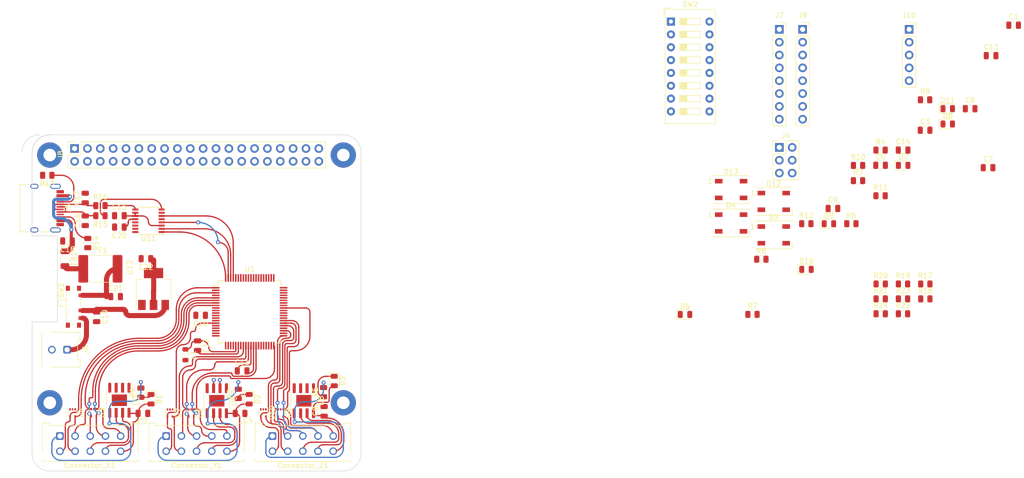
<source format=kicad_pcb>
(kicad_pcb (version 20211014) (generator pcbnew)
  (layers (0 "F.Cu" signal) (31 "B.Cu" signal) (34 "B.Paste" user) (35 "F.Paste" user) (36 "B.SilkS" user "B.Silkscreen") (37 "F.SilkS" user "F.Silkscreen") (38 "B.Mask" user) (39 "F.Mask" user) (44 "Edge.Cuts" user))
  (net 0 "")
  (net 1 "+5V")
  (net 2 "5vX")
  (net 3 "5vY")
  (net 4 "Net-(C5-Pad1)")
  (net 5 "VDD")
  (net 6 "VSS")
  (net 7 "5vZ")
  (net 8 "AVDD")
  (net 9 "AVSS")
  (net 10 "OSCI")
  (net 11 "OSCO")
  (net 12 "3v3OUT")
  (net 13 "Net-(C16-Pad1)")
  (net 14 "Net-(C17-Pad1)")
  (net 15 "Net-(C18-Pad1)")
  (net 16 "VBUS_USBC")
  (net 17 "+3V3")
  (net 18 "Net-(D1-Pad1)")
  (net 19 "Net-(D2-Pad1)")
  (net 20 "Net-(D3-Pad1)")
  (net 21 "Net-(D4-Pad2)")
  (net 22 "Net-(D4-Pad4)")
  (net 23 "Net-(D12-Pad4)")
  (net 24 "Net-(D6-Pad1)")
  (net 25 "dsPIC_LED_00")
  (net 26 "Net-(D7-Pad1)")
  (net 27 "dsPIC_LED_01")
  (net 28 "Net-(D8-Pad1)")
  (net 29 "dsPIC_LED_02")
  (net 30 "Net-(D9-Pad1)")
  (net 31 "dsPIC_LED_03")
  (net 32 "Net-(D10-Pad1)")
  (net 33 "dsPIC_LED_04")
  (net 34 "Net-(D11-Pad1)")
  (net 35 "dsPIC_LED_05")
  (net 36 "Net-(D12-Pad2)")
  (net 38 "MCLR")
  (net 39 "PGD")
  (net 40 "PGC")
  (net 42 "Net-(J5-PadA5)")
  (net 44 "Net-(J5-PadB5)")
  (net 46 "PI_MISO")
  (net 47 "PI_MOSI")
  (net 48 "PI_SCLK")
  (net 49 "PI_CE1")
  (net 58 "RST")
  (net 62 "Backlight")
  (net 63 "Data{slash}Command")
  (net 64 "PI_CE0")
  (net 69 "PI_NEOPIXEL")
  (net 76 "Net-(JP1-Pad2)")
  (net 77 "Net-(R15-Pad2)")
  (net 78 "Net-(R16-Pad2)")
  (net 79 "DIP_07")
  (net 80 "DIP_06")
  (net 81 "DIP_05")
  (net 82 "DIP_04")
  (net 83 "DIP_03")
  (net 84 "DIP_02")
  (net 85 "DIP_01")
  (net 86 "DIP_00")
  (net 87 "5vPSU")
  (net 88 "EXT_X_PWM_00")
  (net 90 "EXT_Y_PWM_00")
  (net 92 "EXT_Z_PWM_00")
  (net 93 "EXT_ADC_X_00")
  (net 94 "EXT_ADC_X_01")
  (net 95 "EXT_ADC_X_02")
  (net 99 "EXT_ADC_X_03")
  (net 102 "EXT_ADC_Y_00")
  (net 103 "EXT_ADC_Y_01")
  (net 104 "EXT_ADC_Y_02")
  (net 105 "EXT_ADC_Y_03")
  (net 106 "INT_SCL")
  (net 107 "INT_SDA")
  (net 114 "EXT_ADC_Z_00")
  (net 115 "EXT_ADC_Z_01")
  (net 116 "EXT_ADC_Z_02")
  (net 117 "EXT_ADC_Z_03")
  (net 120 "EXT_Z_PWM_01")
  (net 121 "EXT_Y_PWM_01")
  (net 122 "EXT_X_PWM_01")
  (net 123 "U1CTS")
  (net 124 "U1RTS")
  (net 125 "U1RX")
  (net 126 "U1TX")
  (net 127 "EXT_X_SCL")
  (net 128 "EXT_X_SDA")
  (net 130 "EXT_Y_SCL")
  (net 131 "EXT_Y_SDA")
  (net 133 "EXT_Z_SCL")
  (net 134 "EXT_Z_SDA")
  (net 141 "GNDZ")
  (net 142 "GND1")
  (net 145 "Net-(F1-Pad1)")
  (footprint "Package_TO_SOT_SMD:SOT-553" (layer "F.Cu") (at 105.6 128.5 -90)
    (fp_text reference "U9")
    (fp_text value "DF5A6.2CJE_LM")
  )
  (footprint "LED_SMD:LED_0805_2012Metric" (layer "F.Cu") (at 209.514 100.121)
    (fp_text reference "D10")
    (fp_text value "LED")
  )
  (footprint "Capacitor_SMD:C_0805_2012Metric" (layer "F.Cu") (at 245.4 80)
    (fp_text reference "C7")
    (fp_text value "0.1uf")
  )
  (footprint "LED_SMD:LED_WS2812B_PLCC4_5.0x5.0mm_P3.2mm" (layer "F.Cu") (at 194.629 90.941)
    (fp_text reference "D4")
    (fp_text value "WS2812B")
  )
  (footprint "MountingHole:MountingHole_2.5mm_Pad" (layer "F.Cu") (at 118 77.5)
    (fp_text reference "REF**" hide)
    (fp_text value "MountingHole_2.5mm_Pad")
  )
  (footprint "Package_TO_SOT_SMD:SOT-553" (layer "F.Cu") (at 68.7 128.45 -90)
    (fp_text reference "U3")
    (fp_text value "DF5A6.2CJE_LM")
  )
  (footprint "Resistor_SMD:R_0805_2012Metric" (layer "F.Cu") (at 224.18 105.95)
    (fp_text reference "R21")
    (fp_text value "10k")
  )
  (footprint "Capacitor_SMD:C_0805_2012Metric" (layer "F.Cu") (at 250.444 51.816)
    (fp_text reference "C1")
    (fp_text value "0.1uf")
  )
  (footprint "Resistor_SMD:R_0805_2012Metric" (layer "F.Cu") (at 70 87.5)
    (fp_text reference "R16")
    (fp_text value "27o")
  )
  (footprint "Capacitor_SMD:C_0805_2012Metric" (layer "F.Cu") (at 78.4 128.6)
    (fp_text reference "C2")
    (fp_text value "0.1uf")
  )
  (footprint "Resistor_SMD:R_0805_2012Metric" (layer "F.Cu") (at 219.704 79.556)
    (fp_text reference "R10")
    (fp_text value "R_Small")
  )
  (footprint "Connector_PinSocket_2.54mm:PinSocket_2x20_P2.54mm_Vertical" (layer "F.Cu") (at 64.9 76.21 90)
    (fp_text reference "J8")
    (fp_text value "RasPiHeaders")
  )
  (footprint "Resistor_SMD:R_0805_2012Metric" (layer "F.Cu") (at 228.59 108.9)
    (fp_text reference "R22")
    (fp_text value "10k")
  )
  (footprint "Resistor_SMD:R_0805_2012Metric" (layer "F.Cu") (at 97.25 124.7425 90)
    (fp_text reference "R2")
    (fp_text value "R_Small")
  )
  (footprint "Package_SO:SSOP-16_3.9x4.9mm_P0.635mm" (layer "F.Cu") (at 79.5 90.5 180)
    (fp_text reference "U11")
    (fp_text value "FT230XS")
  )
  (footprint "Resistor_SMD:R_0805_2012Metric" (layer "F.Cu") (at 114.1 124.4 90)
    (fp_text reference "R5")
    (fp_text value "R_Small")
  )
  (footprint "Resistor_SMD:R_0805_2012Metric" (layer "F.Cu") (at 78 124.5 90)
    (fp_text reference "R1")
    (fp_text value "R_Small")
  )
  (footprint "Package_TO_SOT_SMD:SOT-553" (layer "F.Cu") (at 102.2 128.5 -90)
    (fp_text reference "U10")
    (fp_text value "DF5A6.2CJE_LM")
  )
  (footprint "Resistor_SMD:R_0805_2012Metric" (layer "F.Cu") (at 228.59 105.95)
    (fp_text reference "R23")
    (fp_text value "10k")
  )
  (footprint "Capacitor_SMD:C_0805_2012Metric" (layer "F.Cu") (at 89.8 109.2 180)
    (fp_text reference "C10")
    (fp_text value "0.1uf Cer")
  )
  (footprint "LED_SMD:LED_0805_2012Metric" (layer "F.Cu") (at 185.514 109.031)
    (fp_text reference "D6")
    (fp_text value "LED")
  )
  (footprint "Capacitor_SMD:C_0805_2012Metric" (layer "F.Cu") (at 73.75 91.75 180)
    (fp_text reference "C20")
    (fp_text value "100nf")
  )
  (footprint "Capacitor_SMD:C_0805_2012Metric" (layer "F.Cu") (at 73.75 89.5 180)
    (fp_text reference "C15")
    (fp_text value "100nf")
  )
  (footprint "Connector_PinHeader_2.54mm:PinHeader_2x03_P2.54mm_Vertical" (layer "F.Cu") (at 204.154 75.986)
    (fp_text reference "J4")
    (fp_text value "Conn_PIC_ICSP_ICD")
  )
  (footprint "Button_Switch_THT:SW_DIP_SPSTx08_Slide_9.78x22.5mm_W7.62mm_P2.54mm" (layer "F.Cu") (at 182.7325 51.1)
    (fp_text reference "SW2")
    (fp_text value "SW_DIP_x08")
  )
  (footprint "Button_Switch_SMD:SW_SPDT_PCM12" (layer "F.Cu") (at 65 107.5 -90)
    (fp_text reference "SW1")
    (fp_text value "POWER_Select")
  )
  (footprint "Capacitor_SMD:C_0805_2012Metric" (layer "F.Cu") (at 89.2 115.2 -90)
    (fp_text reference "C12")
    (fp_text value "0.1uf Cer")
  )
  (footprint "Resistor_SMD:R_0805_2012Metric" (layer "F.Cu") (at 200.594 98.106)
    (fp_text reference "R8")
    (fp_text value "R_Small")
  )
  (footprint "Package_TO_SOT_SMD:SOT-553" (layer "F.Cu") (at 64.5 128.5 -90)
    (fp_text reference "U4")
    (fp_text value "DF5A6.2CJE_LM")
  )
  (footprint "Resistor_SMD:R_0805_2012Metric" (layer "F.Cu") (at 224.18 108.9)
    (fp_text reference "R24")
    (fp_text value "10k")
  )
  (footprint "Capacitor_SMD:C_0805_2012Metric" (layer "F.Cu") (at 73 105.5)
    (fp_text reference "C21")
    (fp_text value "4.7uf")
  )
  (footprint "Capacitor_SMD:C_0805_2012Metric" (layer "F.Cu") (at 98 120.2)
    (fp_text reference "C11")
    (fp_text value "0.1uf Cer")
  )
  (footprint "Resistor_SMD:R_0805_2012Metric" (layer "F.Cu") (at 232.954 66.566)
    (fp_text reference "R9")
    (fp_text value "R_Small")
  )
  (footprint "Resistor_SMD:R_0805_2012Metric" (layer "F.Cu") (at 198.844 109.016)
    (fp_text reference "R7")
    (fp_text value "R_Small")
  )
  (footprint "Resistor_SMD:R_0805_2012Metric" (layer "F.Cu") (at 70 89.5)
    (fp_text reference "R15")
    (fp_text value "27o")
  )
  (footprint "Package_SO:SOIC-8-1EP_3.9x4.9mm_P1.27mm_EP2.29x3mm" (layer "F.Cu") (at 110.2 126.1 -90)
    (fp_text reference "U8")
    (fp_text value "ISO1640BDR")
  )
  (footprint "LED_SMD:LED_0805_2012Metric" (layer "F.Cu") (at 228.624 79.541)
    (fp_text reference "D7")
    (fp_text value "LED")
  )
  (footprint "Resistor_SMD:R_0805_2012Metric" (layer "F.Cu") (at 59.5 81.5 180)
    (fp_text reference "R13")
    (fp_text value "5.1k")
  )
  (footprint "Resistor_SMD:R_0805_2012Metric" (layer "F.Cu") (at 224.18 103)
    (fp_text reference "R20")
    (fp_text value "10k")
  )
  (footprint "Resistor_SMD:R_0805_2012Metric" (layer "F.Cu") (at 233 103)
    (fp_text reference "R17")
    (fp_text value "10k")
  )
  (footprint "Connector_PinSocket_2.54mm:PinSocket_1x08_P2.54mm_Vertical" (layer "F.Cu") (at 204.154 52.636)
    (fp_text reference "J7")
    (fp_text value "GenericSPIconn")
  )
  (footprint "LED_SMD:LED_WS2812B_PLCC4_5.0x5.0mm_P3.2mm" (layer "F.Cu") (at 194.629 84.321)
    (fp_text reference "D13")
    (fp_text value "WS2812B")
  )
  (footprint "LED_SMD:LED_0805_2012Metric" (layer "F.Cu") (at 80 125.8 -90)
    (fp_text reference "D1")
    (fp_text value "LED")
  )
  (footprint "Package_TO_SOT_SMD:SOT-553" (layer "F.Cu") (at 83.75 128.53 -90)
    (fp_text reference "U7")
    (fp_text value "DF5A6.2CJE_LM")
  )
  (footprint "Resistor_SMD:R_0805_2012Metric" (layer "F.Cu") (at 233 105.95)
    (fp_text reference "R18")
    (fp_text value "10k")
  )
  (footprint "MountingHole:MountingHole_2.5mm_Pad" (layer "F.Cu") (at 60 77.5)
    (fp_text reference "REF**" hide)
    (fp_text value "MountingHole_2.5mm_Pad")
  )
  (footprint "MountingHole:MountingHole_2.5mm_Pad" (layer "F.Cu") (at 60 126.5)
    (fp_text reference "REF**" hide)
    (fp_text value "MountingHole_2.5mm_Pad")
  )
  (footprint "Capacitor_SMD:C_0805_2012Metric" (layer "F.Cu") (at 67 86 90)
    (fp_text reference "C17")
    (fp_text value "47pf")
  )
  (footprint "Connector_USB:USB_C_Receptacle_HRO_TYPE-C-31-M-12" (layer "F.Cu") (at 58 88 -90)
    (fp_text reference "J5")
    (fp_text value "USB_C_Receptacle_USB2.0")
  )
  (footprint "Resistor_SMD:R_0805_2012Metric" (layer "F.Cu") (at 218.384 91.076)
    (fp_text reference "R6")
    (fp_text value "470o")
  )
  (footprint "Capacitor_SMD:C_0805_2012Metric" (layer "F.Cu") (at 232.954 72.586)
    (fp_text reference "C3")
    (fp_text value "0.1uf")
  )
  (footprint "LED_SMD:LED_WS2812B_PLCC4_5.0x5.0mm_P3.2mm" (layer "F.Cu") (at 203.049 86.671)
    (fp_text reference "D12")
    (fp_text value "WS2812B")
  )
  (footprint "Resistor_SMD:R_0805_2012Metric" (layer "F.Cu") (at 219.704 82.566)
    (fp_text reference "R3")
    (fp_text value "10k")
  )
  (footprint "Connector_Molex:Molex_Micro-Fit_3.0_43045-1012_2x05_P3.00mm_Vertical" (layer "F.Cu") (at 62 133.085)
    (fp_text reference "Connector_X1")
    (fp_text value "Conn_01x10")
  )
  (footprint "Resistor_SMD:R_0805_2012Metric" (layer "F.Cu") (at 209.484 91.076)
    (fp_text reference "R12")
    (fp_text value "R_Small")
  )
  (footprint "Package_QFP:TQFP-80_12x12mm_P0.5mm" (layer "F.Cu") (at 99.5 108.5)
    (fp_text reference "U1")
    (fp_text value "DSPIC33CH512MP508T-I_PT")
  )
  (footprint "Connector_PinSocket_2.54mm:PinSocket_1x05_P2.54mm_Vertical" (layer "F.Cu") (at 229.804 52.636)
    (fp_text reference "J10")
    (fp_text value "Nice!View")
  )
  (footprint "Capacitor_SMD:C_0805_2012Metric" (layer "F.Cu") (at 69.25 109.5 -90)
    (fp_text reference "C19")
    (fp_text value "10u")
  )
  (footprint "Resistor_SMD:R_0805_2012Metric" (layer "F.Cu") (at 224.154 85.546)
    (fp_text reference "R11")
    (fp_text value "R_Small")
  )
  (footprint "Resistor_SMD:R_0805_2012Metric" (layer "F.Cu") (at 228.59 103)
    (fp_text reference "R19")
    (fp_text value "10k")
  )
  (footprint "LED_SMD:LED_0805_2012Metric" (layer "F.Cu") (at 116.2 122.2 -90)
    (fp_text reference "D3")
    (fp_text value "LED")
  )
  (footprint "LED_SMD:LED_0805_2012Metric" (layer "F.Cu") (at 213.954 91.091)
    (fp_text reference "D9")
    (fp_text value "LED")
  )
  (footprint "Package_TO_SOT_SMD:SOT-223-3_TabPin2" (layer "F.Cu") (at 80.5 104 90)
    (fp_text reference "U12")
    (fp_text value "NCP1117-3.3_SOT223")
  )
  (footprint "Capacitor_SMD:C_0805_2012Metric" (layer "F.Cu") (at 97.6 128.6)
    (fp_text reference "C4")
    (fp_text value "0.1uf")
  )
  (footprint "Inductor_SMD:L_0805_2012Metric" (layer "F.Cu") (at 86.8 117 -90)
    (fp_text reference "L1")
    (fp_text value "10 mA <1o")
  )
  (footprint "LED_SMD:LED_0805_2012Metric" (layer "F.Cu") (at 237.424 68.321)
    (fp_text reference "D11")
    (fp_text value "LED")
  )
  (footprint "LED_SMD:LED_0805_2012Metric" (layer "F.Cu") (at 99.4 125.8 -90)
    (fp_text reference "D2")
    (fp_text value "LED")
  )
  (footprint "Capacitor_SMD:C_0805_2012Metric" (layer "F.Cu") (at 245.994 57.836)
    (fp_text reference "C13")
    (fp_text value "12pF")
  )
  (footprint "Capacitor_SMD:C_0805_2012Metric" (layer "F.Cu") (at 241.854 68.336)
    (fp_text reference "C6")
    (fp_text value "0.1uf Cer")
  )
  (footprint "Capacitor_SMD:C_0805_2012Metric" (layer "F.Cu") (at 63.5 94.5 180)
    (fp_text reference "C18")
    (fp_text value "10nf")
  )
  (footprint "LED_SMD:LED_0805_2012Metric" (layer "F.Cu") (at 237.424 71.361)
    (fp_text reference "D8")
    (fp_text value "LED")
  )
  (footprint "Resistor_SMD:R_0805_2012Metric" (layer "F.Cu") (at 67.5 94.9125 -90)
    (fp_text reference "R14")
    (fp_text value "5.1k")
  )
  (footprint "Capacitor_SMD:C_0805_2012Metric" (layer "F.Cu") (at 79 98 180)
    (fp_text reference "C22")
    (fp_text value "10u")
  )
  (footprint "Connector_Molex:Molex_Micro-Fit_3.0_43045-0212_2x01_P3.00mm_Vertical" (layer "F.Cu") (at 63.415 116 -90)
    (fp_text reference "J6")
    (fp_text value "PowerInput")
  )
  (footprint "Resistor_SMD:R_1206_3216Metric" (layer "F.Cu") (at 63 98 -90)
    (fp_text reference "FB1")
    (fp_text value "FerriteBead_Small")
  )
  (footprint "Capacitor_SMD:C_0805_2012Metric" (layer "F.Cu") (at 228.604 76.516)
    (fp_text reference "C14")
    (fp_text value "12pF")
  )
  (footprint "Capacitor_SMD:C_0805_2012Metric" (layer "F.Cu") (at 67 90.5 -90)
    (fp_text reference "C16")
    (fp_text value "47pf")
  )
  (footprint "Package_SO:SOIC-8-1EP_3.9x4.9mm_P1.27mm_EP2.29x3mm" (layer "F.Cu") (at 73.75 126 -90)
    (fp_text reference "U2")
    (fp_text value "ISO1640BDR")
  )
  (footprint "Capacitor_SMD:C_0805_2012Metric" (layer "F.Cu") (at 224.154 79.526)
    (fp_text reference "C5")
    (fp_text value "find val")
  )
  (footprint "Connector_PinSocket_2.54mm:PinSocket_1x08_P2.54mm_Vertical" (layer "F.Cu") (at 208.754 52.636)
    (fp_text reference "J9")
    (fp_text value "GeneralSPIDisplay")
  )
  (footprint "Connector_Molex:Molex_Micro-Fit_3.0_43045-1012_2x05_P3.00mm_Vertical" (layer "F.Cu") (at 83 133.085)
    (fp_text reference "Connector_Y1")
    (fp_text value "Conn_01x10")
  )
  (footprint "LED_SMD:LED_WS2812B_PLCC4_5.0x5.0mm_P3.2mm" (layer "F.Cu") (at 203.049 93.291)
    (fp_text reference "D5")
    (fp_text value "WS2812B")
  )
  (footprint "Connector_Molex:Molex_Micro-Fit_3.0_43045-1012_2x05_P3.00mm_Vertical" (layer "F.Cu") (at 104 133.085)
    (fp_text reference "Connector_Z1")
    (fp_text value "Conn_01x10")
  )
  (footprint "Resistor_SMD:R_0805_2012Metric" (layer "F.Cu") (at 224.154 76.516)
    (fp_text reference "R4")
    (fp_text value "470o")
  )
  (footprint "Fuse:Fuse_2920_7451Metric" (layer "F.Cu") (at 70 100)
    (fp_text reference "F1")
    (fp_text value "3.5 A(?)")
  )
  (footprint "Capacitor_SMD:C_0805_2012Metric" (layer "F.Cu") (at 114.2 128.2 90)
    (fp_text reference "C8")
    (fp_text value "0.1uf")
  )
  (footprint "Capacitor_SMD:C_0805_2012Metric" (layer "F.Cu") (at 214.744 88.066)
    (fp_text reference "C9")
    (fp_text value "0.1uf Cer")
  )
  (footprint "Package_SO:SOIC-8-1EP_3.9x4.9mm_P1.27mm_EP2.29x3mm" (layer "F.Cu") (at 93 126.1 -90)
    (fp_text reference "U5")
    (fp_text value "ISO1640BDR")
  )
  (footprint "" (layer "F.Cu") (at 118 126.5)
    (fp_text reference "")
    (fp_text value "")
  )
  (footprint "Package_TO_SOT_SMD:SOT-553" (layer "F.Cu") (at 87.95 128.53 -90)
    (fp_text reference "U6")
    (fp_text value "DF5A6.2CJE_LM")
  )
  (gr_line (start 60 73.5) (end 117.999999 73.500001) (layer "Edge.Cuts") (width 0.1))
  (gr_line (start 61.5 93.5) (end 56.5 93.5) (layer "Edge.Cuts") (width 0.1))
  (gr_line (start 56.5 93.5) (end 56.5 77) (layer "Edge.Cuts") (width 0.1))
  (gr_arc (start 56.5 77) (mid 57.525126 74.525126) (end 60 73.5) (layer "Edge.Cuts") (width 0.1))
  (gr_line (start 61.5 110.5) (end 61.5 93.5) (layer "Edge.Cuts") (width 0.1))
  (gr_line (start 56.5 110.5) (end 61.5 110.5) (layer "Edge.Cuts") (width 0.1))
  (gr_arc (start 117.999999 73.500001) (mid 120.474873 74.525127) (end 121.499999 77.000001) (layer "Edge.Cuts") (width 0.1))
  (gr_arc (start 121.499999 136.5) (mid 120.474873 138.974874) (end 117.999999 140) (layer "Edge.Cuts") (width 0.1))
  (gr_line (start 121.499999 126.499999) (end 121.499999 136.5) (layer "Edge.Cuts") (width 0.1))
  (gr_line (start 60 140.000001) (end 117.999999 140) (layer "Edge.Cuts") (width 0.1))
  (gr_line (start 56.5 126.5) (end 56.5 136.500001) (layer "Edge.Cuts") (width 0.1))
  (gr_arc (start 54.5 77) (mid 55.525126 74.525126) (end 58 73.5) (layer "Edge.Cuts") (width 0.1))
  (gr_arc (start 60 140.000001) (mid 57.525126 138.974875) (end 56.5 136.500001) (layer "Edge.Cuts") (width 0.1))
  (gr_line (start 121.499999 77.000001) (end 121.499999 126.499999) (layer "Edge.Cuts") (width 0.1))
  (gr_arc (start 56.5 77) (mid 57.525126 74.525126) (end 60 73.5) (layer "Edge.Cuts") (width 0.1))
  (gr_line (start 56.5 126.5) (end 56.5 110.5) (layer "Edge.Cuts") (width 0.1))
  (segment (start 75.75 109.25) (end 80.7 109.25) (width 1) (layer "F.Cu") (net 1))
  (segment (start 66.43 108.25) (end 69.025 108.25) (width 1) (layer "F.Cu") (net 1))
  (segment (start 69.25 108.025) (end 74.525 108.025) (width 1) (layer "F.Cu") (net 1))
  (arc (start 69.025 108.25) (mid 69.184099 108.184099) (end 69.25 108.025) (width 1) (layer "F.Cu") (net 1))
  (arc (start 74.525 108.025) (mid 74.860876 108.164124) (end 75 108.5) (width 1) (layer "F.Cu") (net 1))
  (arc (start 80.7 109.25) (mid 82.184924 108.634924) (end 82.8 107.15) (width 1) (layer "F.Cu") (net 1))
  (arc (start 75 108.5) (mid 75.21967 109.03033) (end 75.75 109.25) (width 1) (layer "F.Cu") (net 1))
  (segment (start 74 136.085) (end 74.537107 136.085) (width 0.25) (layer "F.Cu") (net 2))
  (segment (start 77.45 128.6) (end 75.78 128.6) (width 0.25) (layer "F.Cu") (net 2))
  (segment (start 80 126.7375) (end 79.3125 126.7375) (width 0.25) (layer "F.Cu") (net 2))
  (segment (start 77.45 129.35) (end 77.45 128.6) (width 0.25) (layer "F.Cu") (net 2))
  (segment (start 76.5 134.122107) (end 76.5 130.3) (width 0.25) (layer "F.Cu") (net 2))
  (arc (start 74.537107 136.085) (mid 75.925082 135.510082) (end 76.5 134.122107) (width 0.25) (layer "F.Cu") (net 2))
  (arc (start 75.78 128.6) (mid 75.691612 128.563388) (end 75.655 128.475) (width 0.25) (layer "F.Cu") (net 2))
  (arc (start 76.5 130.3) (mid 77.171751 130.021751) (end 77.45 129.35) (width 0.25) (layer "F.Cu") (net 2))
  (arc (start 79.3125 126.7375) (mid 77.995514 127.283014) (end 77.45 128.6) (width 0.25) (layer "F.Cu") (net 2))
  (segment (start 97.5 134.137107) (end 97.5 129.45) (width 0.25) (layer "F.Cu") (net 3))
  (segment (start 95 136.1) (end 95.537107 136.1) (width 0.25) (layer "F.Cu") (net 3))
  (segment (start 96.65 128.6) (end 94.93 128.6) (width 0.25) (layer "F.Cu") (net 3))
  (segment (start 99.4 126.7375) (end 98.5125 126.7375) (width 0.25) (layer "F.Cu") (net 3))
  (arc (start 98.5125 126.7375) (mid 97.195514 127.283014) (end 96.65 128.6) (width 0.25) (layer "F.Cu") (net 3))
  (arc (start 94.93 128.6) (mid 94.912322 128.592678) (end 94.905 128.575) (width 0.25) (layer "F.Cu") (net 3))
  (arc (start 95.537107 136.1) (mid 96.925082 135.525082) (end 97.5 134.137107) (width 0.25) (layer "F.Cu") (net 3))
  (arc (start 97.5 129.45) (mid 97.251041 128.848959) (end 96.65 128.6) (width 0.25) (layer "F.Cu") (net 3))
  (segment (start 99.75 118.648335) (end 99.75 115.2) (width 0.25) (layer "F.Cu") (net 5))
  (segment (start 98.25 119) (end 99.398335 119) (width 0.25) (layer "F.Cu") (net 5))
  (arc (start 97.05 120.2) (mid 97.401472 119.351472) (end 98.25 119) (width 0.25) (layer "F.Cu") (net 5))
  (arc (start 99.398335 119) (mid 99.647 118.897) (end 99.75 118.648335) (width 0.25) (layer "F.Cu") (net 5))
  (segment (start 99.4 120.6) (end 99.35 120.6) (width 0.25) (layer "F.Cu") (net 6))
  (segment (start 100.25 115.2) (end 100.25 119.75) (width 0.25) (layer "F.Cu") (net 6))
  (arc (start 99.35 120.6) (mid 99.067157 120.482843) (end 98.95 120.2) (width 0.25) (layer "F.Cu") (net 6))
  (arc (start 100.25 119.75) (mid 100.001041 120.351041) (end 99.4 120.6) (width 0.25) (layer "F.Cu") (net 6))
  (segment (start 114.1 129.0375) (end 112.5675 129.0375) (width 0.25) (layer "F.Cu") (net 7))
  (segment (start 113.161827 126.4) (end 114.81075 126.4) (width 0.25) (layer "F.Cu") (net 7))
  (segment (start 115.2 126.01075) (end 115.2 124.1375) (width 0.25) (layer "F.Cu") (net 7))
  (segment (start 114.588762 129.526262) (end 114.826262 129.526262) (width 0.25) (layer "F.Cu") (net 7))
  (segment (start 118.1 133.985) (end 118.1 132.8) (width 0.25) (layer "F.Cu") (net 7))
  (segment (start 112.105 128.575) (end 112.105 127.456827) (width 0.25) (layer "F.Cu") (net 7))
  (arc (start 118.1 132.8) (mid 117.141144 130.485118) (end 114.826262 129.526262) (width 0.25) (layer "F.Cu") (net 7))
  (arc (start 112.105 127.456827) (mid 112.414537 126.709537) (end 113.161827 126.4) (width 0.25) (layer "F.Cu") (net 7))
  (arc (start 114.1 129.0375) (mid 114.243155 129.383107) (end 114.588762 129.526262) (width 0.25) (layer "F.Cu") (net 7))
  (arc (start 116 136.085) (mid 117.484924 135.469924) (end 118.1 133.985) (width 0.25) (layer "F.Cu") (net 7))
  (arc (start 115.2 124.1375) (mid 115.492893 123.430393) (end 116.2 123.1375) (width 0.25) (layer "F.Cu") (net 7))
  (arc (start 112.5675 129.0375) (mid 112.240463 128.902037) (end 112.105 128.575) (width 0.25) (layer "F.Cu") (net 7))
  (arc (start 114.81075 126.4) (mid 115.085991 126.285991) (end 115.2 126.01075) (width 0.25) (layer "F.Cu") (net 7))
  (segment (start 96.75 116.157328) (end 96.75 115.2) (width 0.25) (layer "F.Cu") (net 8))
  (segment (start 89.2 114.25) (end 90.05 114.25) (width 0.25) (layer "F.Cu") (net 8))
  (segment (start 88.75 114.25) (end 89.2 114.25) (width 0.25) (layer "F.Cu") (net 8))
  (segment (start 92.2 116.4) (end 96.507328 116.4) (width 0.25) (layer "F.Cu") (net 8))
  (segment (start 86.8 115.85) (end 87.15 115.85) (width 0.25) (layer "F.Cu") (net 8))
  (arc (start 96.507328 116.4) (mid 96.678923 116.328923) (end 96.75 116.157328) (width 0.25) (layer "F.Cu") (net 8))
  (arc (start 91.4 115.6) (mid 91.634315 116.165685) (end 92.2 116.4) (width 0.25) (layer "F.Cu") (net 8))
  (arc (start 87.15 115.85) (mid 87.751041 115.601041) (end 88 115) (width 0.25) (layer "F.Cu") (net 8))
  (arc (start 88 115) (mid 88.21967 114.46967) (end 88.75 114.25) (width 0.25) (layer "F.Cu") (net 8))
  (arc (start 90.05 114.25) (mid 91.004594 114.645406) (end 91.4 115.6) (width 0.25) (layer "F.Cu") (net 8))
  (segment (start 96.812556 116.85) (end 89.9 116.85) (width 0.25) (layer "F.Cu") (net 9))
  (segment (start 97.25 115.2) (end 97.25 116.412556) (width 0.25) (layer "F.Cu") (net 9))
  (arc (start 89.9 116.85) (mid 89.405025 116.644975) (end 89.2 116.15) (width 0.25) (layer "F.Cu") (net 9))
  (arc (start 97.25 116.412556) (mid 97.121876 116.721876) (end 96.812556 116.85) (width 0.25) (layer "F.Cu") (net 9))
  (segment (start 76.9 89.5475) (end 76.9 88.9125) (width 0.25) (layer "F.Cu") (net 12))
  (segment (start 76.9 89.5475) (end 78.2975 89.5475) (width 0.25) (layer "F.Cu") (net 12))
  (segment (start 80.2025 91.4525) (end 82.1 91.4525) (width 0.25) (layer "F.Cu") (net 12))
  (segment (start 76.9 89.5475) (end 75.0475 89.5475) (width 0.25) (layer "F.Cu") (net 12))
  (arc (start 78.2975 89.5475) (mid 79.147796 89.899704) (end 79.5 90.75) (width 0.25) (layer "F.Cu") (net 12))
  (arc (start 75.0475 89.5475) (mid 75.013912 89.533588) (end 75 89.5) (width 0.25) (layer "F.Cu") (net 12))
  (arc (start 79.5 90.75) (mid 79.705757 91.246743) (end 80.2025 91.4525) (width 0.25) (layer "F.Cu") (net 12))
  (segment (start 66.2 88.75) (end 63.07 88.75) (width 0.25) (layer "F.Cu") (net 13))
  (segment (start 69.0875 89.5) (end 67.05 89.5) (width 0.25) (layer "F.Cu") (net 13))
  (segment (start 63.095 87.775) (end 63.07 87.75) (width 0.25) (layer "F.Cu") (net 13))
  (segment (start 63.07 87.75) (end 62.045 87.75) (width 0.25) (layer "F.Cu") (net 13))
  (segment (start 63.07 88.75) (end 63.095 88.725) (width 0.25) (layer "F.Cu") (net 13))
  (segment (start 63.095 88.725) (end 63.095 88.095) (width 0.25) (layer "F.Cu") (net 13))
  (segment (start 63.095 88.095) (end 63.095 87.775) (width 0.25) (layer "F.Cu") (net 13))
  (segment (start 62.045 88.75) (end 63.07 88.75) (width 0.25) (layer "F.Cu") (net 13))
  (arc (start 67 89.55) (mid 66.765685 88.984315) (end 66.2 88.75) (width 0.25) (layer "F.Cu") (net 13))
  (arc (start 67.05 89.5) (mid 67.014645 89.514645) (end 67 89.55) (width 0.25) (layer "F.Cu") (net 13))
  (segment (start 61.056029 87.25) (end 62.045 87.25) (width 0.25) (layer "F.Cu") (net 14))
  (segment (start 60.995 88.225) (end 60.995 87.311029) (width 0.25) (layer "F.Cu") (net 14))
  (segment (start 62.045 87.25) (end 66.7 87.25) (width 0.25) (layer "F.Cu") (net 14))
  (segment (start 62.045 88.25) (end 61.02 88.25) (width 0.25) (layer "F.Cu") (net 14))
  (segment (start 69.0875 87.5) (end 67.55 87.5) (width 0.25) (layer "F.Cu") (net 14))
  (segment (start 61.02 88.25) (end 60.995 88.225) (width 0.25) (layer "F.Cu") (net 14))
  (arc (start 67.55 87.5) (mid 67.161091 87.338909) (end 67 86.95) (width 0.25) (layer "F.Cu") (net 14))
  (arc (start 60.995 87.311029) (mid 61.012875 87.267875) (end 61.056029 87.25) (width 0.25) (layer "F.Cu") (net 14))
  (arc (start 66.7 87.25) (mid 66.912132 87.162132) (end 67 86.95) (width 0.25) (layer "F.Cu") (net 14))
  (segment (start 64.25 92.25) (end 64.25 94.3) (width 0.6) (layer "F.Cu") (net 15))
  (segment (start 64.45 94.5) (end 64.45 95.0875) (width 1) (layer "F.Cu") (net 15))
  (segment (start 62.045 90.45) (end 63.45 90.45) (width 0.6) (layer "F.Cu") (net 15))
  (segment (start 62.045 85.55) (end 63.8 85.55) (width 0.6) (layer "F.Cu") (net 15))
  (segment (start 64.25 91.25) (end 64.25 92.25) (width 0.6) (layer "F.Cu") (net 15))
  (via (at 64 85.75) (size 0.8) (drill 0.4) (layers "F.Cu" "B.Cu") (net 15))
  (via (at 64.25 92.25) (size 0.8) (drill 0.4) (layers "F.Cu" "B.Cu") (net 15))
  (arc (start 64.25 94.3) (mid 64.308579 94.441421) (end 64.45 94.5) (width 0.6) (layer "F.Cu") (net 15))
  (arc (start 63.45 90.45) (mid 64.015685 90.684315) (end 64.25 91.25) (width 0.6) (layer "F.Cu") (net 15))
  (arc (start 64.45 95.0875) (mid 64.025305 96.112805) (end 63 96.5375) (width 1) (layer "F.Cu") (net 15))
  (arc (start 63.8 85.55) (mid 63.941421 85.608579) (end 64 85.75) (width 0.6) (layer "F.Cu") (net 15))
  (segment (start 60.75 86.75) (end 60.75 89.25) (width 0.6) (layer "B.Cu") (net 15))
  (segment (start 63.5 86.25) (end 61.25 86.25) (width 0.6) (layer "B.Cu") (net 15))
  (segment (start 62 90) (end 61.5 90) (width 0.6) (layer "B.Cu") (net 15))
  (arc (start 60.75 89.25) (mid 60.96967 89.78033) (end 61.5 90) (width 0.6) (layer "B.Cu") (net 15))
  (arc (start 61.25 86.25) (mid 60.896447 86.396447) (end 60.75 86.75) (width 0.6) (layer "B.Cu") (net 15))
  (arc (start 64 85.75) (mid 63.853553 86.103553) (end 63.5 86.25) (width 0.6) (layer "B.Cu") (net 15))
  (arc (start 64.25 92.25) (mid 63.59099 90.65901) (end 62 90) (width 0.6) (layer "B.Cu") (net 15))
  (segment (start 75.5 90.75) (end 75.5 90.95) (width 0.25) (layer "F.Cu") (net 16))
  (segment (start 66.43 105.25) (end 70.95 105.25) (width 1) (layer "F.Cu") (net 16))
  (segment (start 71.2 105.5) (end 71.2 102.1875) (width 1) (layer "F.Cu") (net 16))
  (segment (start 76.9 90.1825) (end 76.0675 90.1825) (width 0.25) (layer "F.Cu") (net 16))
  (arc (start 75.5 90.95) (mid 75.265685 91.515685) (end 74.7 91.75) (width 0.25) (layer "F.Cu") (net 16))
  (arc (start 70.95 105.25) (mid 71.126777 105.323223) (end 71.2 105.5) (width 1) (layer "F.Cu") (net 16))
  (arc (start 76.0675 90.1825) (mid 75.666217 90.348717) (end 75.5 90.75) (width 0.25) (layer "F.Cu") (net 16))
  (arc (start 71.2 102.1875) (mid 71.840704 100.640704) (end 73.3875 100) (width 1) (layer "F.Cu") (net 16))
  (segment (start 80.525 98.25) (end 80.525 104.355144) (width 1) (layer "F.Cu") (net 17))
  (segment (start 80.5 104.380144) (end 80.5 107.15) (width 1) (layer "F.Cu") (net 17))
  (arc (start 80.525 104.355144) (mid 80.507322 104.362466) (end 80.5 104.380144) (width 1) (layer "F.Cu") (net 17))
  (segment (start 78 125.4125) (end 79.45 125.4125) (width 0.25) (layer "F.Cu") (net 18))
  (arc (start 79.45 125.4125) (mid 79.838909 125.251409) (end 80 124.8625) (width 0.25) (layer "F.Cu") (net 18))
  (segment (start 99.4 124.8625) (end 98.0425 124.8625) (width 0.25) (layer "F.Cu") (net 19))
  (arc (start 98.0425 124.8625) (mid 97.482118 125.094618) (end 97.25 125.655) (width 0.25) (layer "F.Cu") (net 19))
  (segment (start 113 122.8) (end 113 124.2125) (width 0.25) (layer "F.Cu") (net 20))
  (segment (start 116.2 121.2625) (end 114.5375 121.2625) (width 0.25) (layer "F.Cu") (net 20))
  (arc (start 114.5375 121.2625) (mid 113.450323 121.712823) (end 113 122.8) (width 0.25) (layer "F.Cu") (net 20))
  (arc (start 113 124.2125) (mid 113.322183 124.990317) (end 114.1 125.3125) (width 0.25) (layer "F.Cu") (net 20))
  (segment (start 62.045 86.75) (end 63.75 86.75) (width 0.25) (layer "F.Cu") (net 42))
  (segment (start 62.25 81.5) (end 60.4125 81.5) (width 0.25) (layer "F.Cu") (net 42))
  (segment (start 64.75 85.75) (end 64.75 84) (width 0.25) (layer "F.Cu") (net 42))
  (arc (start 63.75 86.75) (mid 64.457107 86.457107) (end 64.75 85.75) (width 0.25) (layer "F.Cu") (net 42))
  (arc (start 64.75 84) (mid 64.017767 82.232233) (end 62.25 81.5) (width 0.25) (layer "F.Cu") (net 42))
  (segment (start 62.045 89.75) (end 63.75 89.75) (width 0.25) (layer "F.Cu") (net 44))
  (segment (start 65 91) (end 65 91.5) (width 0.25) (layer "F.Cu") (net 44))
  (arc (start 65 91.5) (mid 65.732233 93.267767) (end 67.5 94) (width 0.25) (layer "F.Cu") (net 44))
  (arc (start 63.75 89.75) (mid 64.633883 90.116117) (end 65 91) (width 0.25) (layer "F.Cu") (net 44))
  (segment (start 70 87) (end 70 88.5875) (width 0.25) (layer "F.Cu") (net 77))
  (segment (start 80.0725 86.25) (end 78.0725 86.25) (width 0.25) (layer "F.Cu") (net 77))
  (segment (start 78.0725 86.25) (end 70.75 86.25) (width 0.25) (layer "F.Cu") (net 77))
  (arc (start 70 88.5875) (mid 70.267265 89.232735) (end 70.9125 89.5) (width 0.25) (layer "F.Cu") (net 77))
  (arc (start 82.1 88.2775) (mid 81.506159 86.843841) (end 80.0725 86.25) (width 0.25) (layer "F.Cu") (net 77))
  (arc (start 70.75 86.25) (mid 70.21967 86.46967) (end 70 87) (width 0.25) (layer "F.Cu") (net 77))
  (segment (start 76.1225 87.5) (end 74.1225 87.5) (width 0.25) (layer "F.Cu") (net 78))
  (segment (start 70.9125 87.5) (end 74.1225 87.5) (width 0.25) (layer "F.Cu") (net 78))
  (arc (start 76.9 88.2775) (mid 76.672276 87.727724) (end 76.1225 87.5) (width 0.25) (layer "F.Cu") (net 78))
  (segment (start 67.25 113) (end 67.25 110.57) (width 1) (layer "F.Cu") (net 87))
  (segment (start 63.415 116) (end 64.25 116) (width 1) (layer "F.Cu") (net 87))
  (arc (start 67.25 110.57) (mid 67.009828 109.990172) (end 66.43 109.75) (width 1) (layer "F.Cu") (net 87))
  (arc (start 64.25 116) (mid 66.37132 115.12132) (end 67.25 113) (width 1) (layer "F.Cu") (net 87))
  (segment (start 65 128.4) (end 64.8 128.4) (width 0.25) (layer "F.Cu") (net 88))
  (segment (start 65.7 127.7) (end 65.7 125.8) (width 0.25) (layer "F.Cu") (net 88))
  (segment (start 92.8 103.75) (end 89.25 103.75) (width 0.25) (layer "F.Cu") (net 88))
  (segment (start 64 130) (end 64 129.2) (width 0.25) (layer "F.Cu") (net 88))
  (segment (start 63.075 135.01) (end 63.075 130.925) (width 0.25) (layer "F.Cu") (net 88))
  (segment (start 81.25 113.75) (end 77.75 113.75) (width 0.25) (layer "F.Cu") (net 88))
  (segment (start 85 108) (end 85 110) (width 0.25) (layer "F.Cu") (net 88))
  (arc (start 63.075 130.925) (mid 63.272703 130.447703) (end 63.75 130.25) (width 0.25) (layer "F.Cu") (net 88))
  (arc (start 65.7 127.7) (mid 65.494975 128.194975) (end 65 128.4) (width 0.25) (layer "F.Cu") (net 88))
  (arc (start 65.7 125.8) (mid 69.229363 117.279363) (end 77.75 113.75) (width 0.25) (layer "F.Cu") (net 88))
  (arc (start 62 136.085) (mid 62.76014 135.77014) (end 63.075 135.01) (width 0.25) (layer "F.Cu") (net 88))
  (arc (start 89.25 103.75) (mid 86.244796 104.994796) (end 85 108) (width 0.25) (layer "F.Cu") (net 88))
  (arc (start 64.8 128.4) (mid 64.234315 128.634315) (end 64 129.2) (width 0.25) (layer "F.Cu") (net 88))
  (arc (start 85 110) (mid 83.90165 112.65165) (end 81.25 113.75) (width 0.25) (layer "F.Cu") (net 88))
  (arc (start 63.75 130.25) (mid 63.926777 130.176777) (end 64 130) (width 0.25) (layer "F.Cu") (net 88))
  (segment (start 85 116.4) (end 85 128.105) (width 0.25) (layer "F.Cu") (net 90))
  (segment (start 83.25 131.25) (end 83.25 129.23) (width 0.25) (layer "F.Cu") (net 90))
  (segment (start 84.705 128.4) (end 83.8 128.4) (width 0.25) (layer "F.Cu") (net 90))
  (segment (start 92.8 110.75) (end 90.05 110.75) (width 0.25) (layer "F.Cu") (net 90))
  (segment (start 87.8 112.8) (end 87.8 113.6) (width 0.25) (layer "F.Cu") (net 90))
  (segment (start 84.075 135.025) (end 84.075 132.075) (width 0.25) (layer "F.Cu") (net 90))
  (segment (start 83.25 128.95) (end 83.25 129.23) (width 0.25) (layer "F.Cu") (net 90))
  (segment (start 88.4 112.4) (end 88.2 112.4) (width 0.25) (layer "F.Cu") (net 90))
  (arc (start 88.8 112) (mid 88.682843 112.282843) (end 88.4 112.4) (width 0.25) (layer "F.Cu") (net 90))
  (arc (start 86.4 115) (mid 85.410051 115.410051) (end 85 116.4) (width 0.25) (layer "F.Cu") (net 90))
  (arc (start 84.075 132.075) (mid 83.935876 131.739124) (end 83.6 131.6) (width 0.25) (layer "F.Cu") (net 90))
  (arc (start 83 136.1) (mid 83.76014 135.78514) (end 84.075 135.025) (width 0.25) (layer "F.Cu") (net 90))
  (arc (start 87.8 113.6) (mid 87.389949 114.589949) (end 86.4 115) (width 0.25) (layer "F.Cu") (net 90))
  (arc (start 83.6 131.6) (mid 83.352513 131.497487) (end 83.25 131.25) (width 0.25) (layer "F.Cu") (net 90))
  (arc (start 85 128.105) (mid 84.913597 128.313597) (end 84.705 128.4) (width 0.25) (layer "F.Cu") (net 90))
  (arc (start 88.2 112.4) (mid 87.917157 112.517157) (end 87.8 112.8) (width 0.25) (layer "F.Cu") (net 90))
  (arc (start 90.05 110.75) (mid 89.166117 111.116117) (end 88.8 112) (width 0.25) (layer "F.Cu") (net 90))
  (arc (start 83.8 128.4) (mid 83.411091 128.561091) (end 83.25 128.95) (width 0.25) (layer "F.Cu") (net 90))
  (segment (start 101.7 129.175) (end 101.7 129.2) (width 0.25) (layer "F.Cu") (net 92))
  (segment (start 103.2 123.2) (end 103.2 128) (width 0.25) (layer "F.Cu") (net 92))
  (segment (start 101.7 129.4) (end 101.7 129.2) (width 0.25) (layer "F.Cu") (net 92))
  (segment (start 105.2 134.885) (end 105.2 132.45865) (width 0.25) (layer "F.Cu") (net 92))
  (segment (start 104.14135 131.4) (end 103.7 131.4) (width 0.25) (layer "F.Cu") (net 92))
  (segment (start 102.7 128.5) (end 102.375 128.5) (width 0.25) (layer "F.Cu") (net 92))
  (segment (start 105 114.45) (end 105 121.4) (width 0.25) (layer "F.Cu") (net 92))
  (arc (start 105.2 132.45865) (mid 104.889929 131.710071) (end 104.14135 131.4) (width 0.25) (layer "F.Cu") (net 92))
  (arc (start 104.4 122) (mid 103.551472 122.351472) (end 103.2 123.2) (width 0.25) (layer "F.Cu") (net 92))
  (arc (start 104 136.085) (mid 104.848528 135.733528) (end 105.2 134.885) (width 0.25) (layer "F.Cu") (net 92))
  (arc (start 103.7 131.4) (mid 102.285786 130.814214) (end 101.7 129.4) (width 0.25) (layer "F.Cu") (net 92))
  (arc (start 105 121.4) (mid 104.824264 121.824264) (end 104.4 122) (width 0.25) (layer "F.Cu") (net 92))
  (arc (start 103.2 128) (mid 103.053553 128.353553) (end 102.7 128.5) (width 0.25) (layer "F.Cu") (net 92))
  (arc (start 102.375 128.5) (mid 101.897703 128.697703) (end 101.7 129.175) (width 0.25) (layer "F.Cu") (net 92))
  (arc (start 106.2 113.25) (mid 105.351472 113.601472) (end 105 114.45) (width 0.25) (layer "F.Cu") (net 92))
  (segment (start 67 128.5) (end 67 130.4) (width 0.25) (layer "F.Cu") (net 93))
  (segment (start 67 126.5) (end 67 125.5) (width 0.25) (layer "F.Cu") (net 93))
  (segment (start 68.2 127.75) (end 67.75 127.75) (width 0.25) (layer "F.Cu") (net 93))
  (segment (start 89.25 105.75) (end 92.8 105.75) (width 0.25) (layer "F.Cu") (net 93))
  (segment (start 65 132.4) (end 65 133.085) (width 0.25) (layer "F.Cu") (net 93))
  (segment (start 85.99762 110.218201) (end 86 110) (width 0.25) (layer "F.Cu") (net 93))
  (segment (start 77.75 114.75) (end 81.465821 114.75) (width 0.25) (layer "F.Cu") (net 93))
  (segment (start 86 110) (end 86 109) (width 0.25) (layer "F.Cu") (net 93))
  (arc (start 81.465821 114.75) (mid 84.670287 113.422667) (end 85.99762 110.218201) (width 0.25) (layer "F.Cu") (net 93))
  (arc (start 67.75 127.75) (mid 67.21967 127.96967) (end 67 128.5) (width 0.25) (layer "F.Cu") (net 93))
  (arc (start 67 125.5) (mid 70.148602 117.898602) (end 77.75 114.75) (width 0.25) (layer "F.Cu") (net 93))
  (arc (start 66.6 130.8) (mid 65.468629 131.268629) (end 65 132.4) (width 0.25) (layer "F.Cu") (net 93))
  (arc (start 67 130.4) (mid 66.882843 130.682843) (end 66.6 130.8) (width 0.25) (layer "F.Cu") (net 93))
  (arc (start 67 126.55) (mid 67.351472 127.398528) (end 68.2 127.75) (width 0.25) (layer "F.Cu") (net 93))
  (arc (start 86 109) (mid 86.951903 106.701903) (end 89.25 105.75) (width 0.25) (layer "F.Cu") (net 93))
  (segment (start 67.793998 126.706002) (end 67.793998 125.706002) (width 0.25) (layer "F.Cu") (net 94))
  (segment (start 68 133.085) (end 68 129.35) (width 0.25) (layer "F.Cu") (net 94))
  (segment (start 68.5 125.309447) (end 68.5 124.25) (width 0.25) (layer "F.Cu") (net 94))
  (segment (start 77.5 115.25) (end 81.386396 115.25) (width 0.25) (layer "F.Cu") (net 94))
  (segment (start 68 125.5) (end 68.309447 125.5) (width 0.25) (layer "F.Cu") (net 94))
  (segment (start 86.5 110.136396) (end 86.5 109) (width 0.25) (layer "F.Cu") (net 94))
  (segment (start 89.25 106.25) (end 92.8 106.25) (width 0.25) (layer "F.Cu") (net 94))
  (segment (start 68.2 129.15) (end 68.2 129.067133) (width 0.25) (layer "F.Cu") (net 94))
  (via (at 67.793998 126.706002) (size 0.8) (drill 0.4) (layers "F.Cu" "B.Cu") (net 94))
  (via (at 67.793998 128.661131) (size 0.8) (drill 0.4) (layers "F.Cu" "B.Cu") (net 94))
  (arc (start 81.386396 115.25) (mid 85.00226 113.75226) (end 86.5 110.136396) (width 0.25) (layer "F.Cu") (net 94))
  (arc (start 68.5 124.25) (mid 71.136039 117.886039) (end 77.5 115.25) (width 0.25) (layer "F.Cu") (net 94))
  (arc (start 68 129.35) (mid 68.058579 129.208579) (end 68.2 129.15) (width 0.25) (layer "F.Cu") (net 94))
  (arc (start 68.2 129.067133) (mid 68.081085 128.780046) (end 67.793998 128.661131) (width 0.25) (layer "F.Cu") (net 94))
  (arc (start 67.793998 126.706002) (mid 67.798242 126.704244) (end 67.8 126.7) (width 0.25) (layer "F.Cu") (net 94))
  (arc (start 86.5 109) (mid 87.305456 107.055456) (end 89.25 106.25) (width 0.25) (layer "F.Cu") (net 94))
  (arc (start 67.793998 125.706002) (mid 67.854335 125.560337) (end 68 125.5) (width 0.25) (layer "F.Cu") (net 94))
  (arc (start 68.309447 125.5) (mid 68.444188 125.444188) (end 68.5 125.309447) (width 0.25) (layer "F.Cu") (net 94))
  (segment (start 67.793998 128.661131) (end 67.793998 126.706002) (width 0.25) (layer "B.Cu") (net 94))
  (segment (start 69.2 129.15) (end 69.2 129.005189) (width 0.25) (layer "F.Cu") (net 95))
  (segment (start 69 126.6) (end 69 124.25) (width 0.25) (layer "F.Cu") (net 95))
  (segment (start 69.2 131.285) (end 69.2 129.15) (width 0.25) (layer "F.Cu") (net 95))
  (segment (start 87 110.25) (end 87 109) (width 0.25) (layer "F.Cu") (net 95))
  (segment (start 77.5 115.75) (end 81.5 115.75) (width 0.25) (layer "F.Cu") (net 95))
  (segment (start 89.25 106.75) (end 92.8 106.75) (width 0.25) (layer "F.Cu") (net 95))
  (via (at 69.68465 128.520539) (size 0.8) (drill 0.4) (layers "F.Cu" "B.Cu") (net 95))
  (via (at 68.9 126.7) (size 0.8) (drill 0.4) (layers "F.Cu" "B.Cu") (net 95))
  (arc (start 68.9 126.7) (mid 68.970711 126.670711) (end 69 126.6) (width 0.25) (layer "F.Cu") (net 95))
  (arc (start 81.5 115.75) (mid 85.389087 114.139087) (end 87 110.25) (width 0.25) (layer "F.Cu") (net 95))
  (arc (start 69.2 129.005189) (mid 69.341951 128.66249) (end 69.68465 128.520539) (width 0.25) (layer "F.Cu") (net 95))
  (arc (start 87 109) (mid 87.65901 107.40901) (end 89.25 106.75) (width 0.25) (layer "F.Cu") (net 95))
  (arc (start 71 133.085) (mid 69.727208 132.557792) (end 69.2 131.285) (width 0.25) (layer "F.Cu") (net 95))
  (arc (start 69 124.25) (mid 71.489592 118.239592) (end 77.5 115.75) (width 0.25) (layer "F.Cu") (net 95))
  (segment (start 68.9 126.7) (end 68.9 127.735889) (width 0.25) (layer "B.Cu") (net 95))
  (arc (start 68.9 127.735889) (mid 69.129819 128.29072) (end 69.68465 128.520539) (width 0.25) (layer "B.Cu") (net 95))
  (segment (start 89.25 107.25) (end 92.8 107.25) (width 0.25) (layer "F.Cu") (net 99))
  (segment (start 71.6 131.6) (end 72.515 131.6) (width 0.25) (layer "F.Cu") (net 99))
  (segment (start 81.5 116.25) (end 77.473249 116.25) (width 0.25) (layer "F.Cu") (net 99))
  (segment (start 69.2 127.75) (end 69.939416 127.75) (width 0.25) (layer "F.Cu") (net 99))
  (segment (start 69.7 124.023249) (end 69.7 127.25) (width 0.25) (layer "F.Cu") (net 99))
  (segment (start 70.5 128.310584) (end 70.5 130.5) (width 0.25) (layer "F.Cu") (net 99))
  (segment (start 87.5 110.25) (end 87.5 109) (width 0.25) (layer "F.Cu") (net 99))
  (arc (start 69.939416 127.75) (mid 70.335809 127.914191) (end 70.5 128.310584) (width 0.25) (layer "F.Cu") (net 99))
  (arc (start 87.5 110.25) (mid 85.742641 114.492641) (end 81.5 116.25) (width 0.25) (layer "F.Cu") (net 99))
  (arc (start 70.5 130.5) (mid 70.822183 131.277817) (end 71.6 131.6) (width 0.25) (layer "F.Cu") (net 99))
  (arc (start 87.5 109) (mid 88.012563 107.762563) (end 89.25 107.25) (width 0.25) (layer "F.Cu") (net 99))
  (arc (start 72.515 131.6) (mid 73.565054 132.034946) (end 74 133.085) (width 0.25) (layer "F.Cu") (net 99))
  (arc (start 77.473249 116.25) (mid 71.976732 118.526732) (end 69.7 124.023249) (width 0.25) (layer "F.Cu") (net 99))
  (arc (start 69.7 127.25) (mid 69.553553 127.603553) (end 69.2 127.75) (width 0.25) (layer "F.Cu") (net 99))
  (segment (start 98.75 117.469574) (end 98.75 115.2) (width 0.25) (layer "F.Cu") (net 102))
  (segment (start 88.8 119) (end 88.8 118.6) (width 0.25) (layer "F.Cu") (net 102))
  (segment (start 86.25 126.595) (end 86.25 121.55) (width 0.25) (layer "F.Cu") (net 102))
  (segment (start 86.25 132.835) (end 86.25 128.545) (width 0.25) (layer "F.Cu") (net 102))
  (segment (start 89.55 117.85) (end 98.369574 117.85) (width 0.25) (layer "F.Cu") (net 102))
  (segment (start 86 132.415) (end 86 133.1) (width 0.25) (layer "F.Cu") (net 102))
  (segment (start 87 127.795) (end 87.45 127.795) (width 0.25) (layer "F.Cu") (net 102))
  (arc (start 88.8 118.6) (mid 89.01967 118.06967) (end 89.55 117.85) (width 0.25) (layer "F.Cu") (net 102))
  (arc (start 86 133.085) (mid 86.176777 133.011777) (end 86.25 132.835) (width 0.25) (layer "F.Cu") (net 102))
  (arc (start 86.25 128.545) (mid 86.46967 128.01467) (end 87 127.795) (width 0.25) (layer "F.Cu") (net 102))
  (arc (start 86.25 121.55) (mid 86.703984 120.453984) (end 87.8 120) (width 0.25) (layer "F.Cu") (net 102))
  (arc (start 87.45 127.795) (mid 86.601472 127.443528) (end 86.25 126.595) (width 0.25) (layer "F.Cu") (net 102))
  (arc (start 98.369574 117.85) (mid 98.638576 117.738576) (end 98.75 117.469574) (width 0.25) (layer "F.Cu") (net 102))
  (arc (start 87.8 120) (mid 88.507107 119.707107) (end 88.8 119) (width 0.25) (layer "F.Cu") (net 102))
  (segment (start 87.45 129.195) (end 87.45 129.112133) (width 0.25) (layer "F.Cu") (net 103))
  (segment (start 98.6 118.4) (end 93.2 118.4) (width 0.25) (layer "F.Cu") (net 103))
  (segment (start 87.25 131.335) (end 87.25 129.395) (width 0.25) (layer "F.Cu") (net 103))
  (segment (start 87.043998 123.367006) (end 87.043998 126.751002) (width 0.25) (layer "F.Cu") (net 103))
  (segment (start 91.6 120) (end 90.411004 120) (width 0.25) (layer "F.Cu") (net 103))
  (segment (start 99.25 115.2) (end 99.25 117.75) (width 0.25) (layer "F.Cu") (net 103))
  (via (at 87.043998 128.706131) (size 0.8) (drill 0.4) (layers "F.Cu" "B.Cu") (net 103))
  (via (at 87.043998 126.751002) (size 0.8) (drill 0.4) (layers "F.Cu" "B.Cu") (net 103))
  (arc (start 89 133.085) (mid 87.762563 132.572437) (end 87.25 131.335) (width 0.25) (layer "F.Cu") (net 103))
  (arc (start 93.2 118.4) (mid 92.775736 118.575736) (end 92.6 119) (width 0.25) (layer "F.Cu") (net 103))
  (arc (start 87.043998 126.751002) (mid 87.048242 126.749244) (end 87.05 126.745) (width 0.25) (layer "F.Cu") (net 103))
  (arc (start 90.411004 120) (mid 88.030171 120.986173) (end 87.043998 123.367006) (width 0.25) (layer "F.Cu") (net 103))
  (arc (start 99.25 117.75) (mid 99.059619 118.209619) (end 98.6 118.4) (width 0.25) (layer "F.Cu") (net 103))
  (arc (start 87.45 129.112133) (mid 87.331085 128.825046) (end 87.043998 128.706131) (width 0.25) (layer "F.Cu") (net 103))
  (arc (start 92.6 119) (mid 92.307107 119.707107) (end 91.6 120) (width 0.25) (layer "F.Cu") (net 103))
  (arc (start 87.25 129.395) (mid 87.308579 129.253579) (end 87.45 129.195) (width 0.25) (layer "F.Cu") (net 103))
  (segment (start 87.043998 128.706131) (end 87.043998 126.751002) (width 0.25) (layer "B.Cu") (net 103))
  (segment (start 88.45 129.195) (end 88.45 129.050189) (width 0.25) (layer "F.Cu") (net 104))
  (segment (start 100.75 119.65) (end 100.75 115.2) (width 0.25) (layer "F.Cu") (net 104))
  (segment (start 92 133.085) (end 91.185 133.085) (width 0.25) (layer "F.Cu") (net 104))
  (segment (start 92.319191 120.6) (end 95.8 120.6) (width 0.25) (layer "F.Cu") (net 104))
  (segment (start 88.15 126.745) (end 88.15 124.769191) (width 0.25) (layer "F.Cu") (net 104))
  (segment (start 96.455 121.255) (end 99.145 121.255) (width 0.25) (layer "F.Cu") (net 104))
  (segment (start 89.2 131.1) (end 89 131.1) (width 0.25) (layer "F.Cu") (net 104))
  (segment (start 88.45 130.55) (end 88.45 129.23) (width 0.25) (layer "F.Cu") (net 104))
  (via (at 88.93465 128.565539) (size 0.8) (drill 0.4) (layers "F.Cu" "B.Cu") (net 104))
  (via (at 88.15 126.745) (size 0.8) (drill 0.4) (layers "F.Cu" "B.Cu") (net 104))
  (arc (start 89 131.1) (mid 88.611091 130.938909) (end 88.45 130.55) (width 0.25) (layer "F.Cu") (net 104))
  (arc (start 91.185 133.085) (mid 90.347078 132.737922) (end 90 131.9) (width 0.25) (layer "F.Cu") (net 104))
  (arc (start 99.145 121.255) (mid 100.279906 120.784906) (end 100.75 119.65) (width 0.25) (layer "F.Cu") (net 104))
  (arc (start 90 131.9) (mid 89.765685 131.334315) (end 89.2 131.1) (width 0.25) (layer "F.Cu") (net 104))
  (arc (start 96 120.8) (mid 96.133266 121.121734) (end 96.455 121.255) (width 0.25) (layer "F.Cu") (net 104))
  (arc (start 95.8 120.6) (mid 95.941421 120.658579) (end 96 120.8) (width 0.25) (layer "F.Cu") (net 104))
  (arc (start 88.45 129.050189) (mid 88.591951 128.70749) (end 88.93465 128.565539) (width 0.25) (layer "F.Cu") (net 104))
  (arc (start 88.15 124.769191) (mid 89.371128 121.821128) (end 92.319191 120.6) (width 0.25) (layer "F.Cu") (net 104))
  (segment (start 88.15 126.745) (end 88.15 127.780889) (width 0.25) (layer "B.Cu") (net 104))
  (arc (start 88.15 127.780889) (mid 88.379819 128.33572) (end 88.93465 128.565539) (width 0.25) (layer "B.Cu") (net 104))
  (segment (start 104.4 119.8) (end 104.4 115.35) (width 0.25) (layer "F.Cu") (net 105))
  (segment (start 89.75 129.65) (end 89.75 128.355584) (width 0.25) (layer "F.Cu") (net 105))
  (segment (start 95 133.085) (end 95 132.3) (width 0.25) (layer "F.Cu") (net 105))
  (segment (start 89 127.28) (end 89 124.073249) (width 0.25) (layer "F.Cu") (net 105))
  (segment (start 91.873249 121.2) (end 95.4 121.2) (width 0.25) (layer "F.Cu") (net 105))
  (segment (start 95.905 121.705) (end 102.495 121.705) (width 0.25) (layer "F.Cu") (net 105))
  (segment (start 89.189416 127.795) (end 88.45 127.795) (width 0.25) (layer "F.Cu") (net 105))
  (segment (start 94.5 131.8) (end 91.9 131.8) (width 0.25) (layer "F.Cu") (net 105))
  (arc (start 95.7 121.5) (mid 95.760043 121.644957) (end 95.905 121.705) (width 0.25) (layer "F.Cu") (net 105))
  (arc (start 88.45 127.83) (mid 88.838909 127.668909) (end 89 127.28) (width 0.25) (layer "F.Cu") (net 105))
  (arc (start 89.75 128.355584) (mid 89.585809 127.959191) (end 89.189416 127.795) (width 0.25) (layer "F.Cu") (net 105))
  (arc (start 95.4 121.2) (mid 95.612132 121.287868) (end 95.7 121.5) (width 0.25) (layer "F.Cu") (net 105))
  (arc (start 91.9 131.8) (mid 90.37972 131.17028) (end 89.75 129.65) (width 0.25) (layer "F.Cu") (net 105))
  (arc (start 89 124.073249) (mid 89.841555 122.041555) (end 91.873249 121.2) (width 0.25) (layer "F.Cu") (net 105))
  (arc (start 95 132.3) (mid 94.853553 131.946447) (end 94.5 131.8) (width 0.25) (layer "F.Cu") (net 105))
  (arc (start 102.495 121.705) (mid 103.842038 121.147038) (end 104.4 119.8) (width 0.25) (layer "F.Cu") (net 105))
  (arc (start 104.4 115.35) (mid 104.356066 115.243934) (end 104.25 115.2) (width 0.25) (layer "F.Cu") (net 105))
  (segment (start 92.365 122.035) (end 92.365 123.625) (width 0.25) (layer "F.Cu") (net 106))
  (via (at 92.4 122) (size 0.8) (drill 0.4) (layers "F.Cu" "B.Cu") (net 106))
  (arc (start 92.4 122) (mid 92.375251 122.010251) (end 92.365 122.035) (width 0.25) (layer "F.Cu") (net 106))
  (segment (start 93.6 122) (end 93.6 123.59) (width 0.25) (layer "F.Cu") (net 107))
  (via (at 93.6 122) (size 0.8) (drill 0.4) (layers "F.Cu" "B.Cu") (net 107))
  (arc (start 93.6 123.59) (mid 93.610251 123.614749) (end 93.635 123.625) (width 0.25) (layer "F.Cu") (net 107))
  (segment (start 106 115) (end 106 121.4) (width 0.25) (layer "F.Cu") (net 114))
  (segment (start 104.4 128.5) (end 104.4 130) (width 0.25) (layer "F.Cu") (net 114))
  (segment (start 108.2 113.6) (end 108.2 112.4) (width 0.25) (layer "F.Cu") (net 114))
  (segment (start 106 121.4) (end 106 122.356592) (width 0.25) (layer "F.Cu") (net 114))
  (segment (start 104.2 123.8) (end 104.2 126.9) (width 0.25) (layer "F.Cu") (net 114))
  (segment (start 107.6 114.2) (end 106.8 114.2) (width 0.25) (layer "F.Cu") (net 114))
  (segment (start 107 133.085) (end 106.985 133.085) (width 0.25) (layer "F.Cu") (net 114))
  (segment (start 107.05 111.25) (end 106.2 111.25) (width 0.25) (layer "F.Cu") (net 114))
  (segment (start 104.65 130.25) (end 105.153624 130.25) (width 0.25) (layer "F.Cu") (net 114))
  (segment (start 105.156592 123.2) (end 104.8 123.2) (width 0.25) (layer "F.Cu") (net 114))
  (segment (start 106.2 131.296376) (end 106.2 132.3) (width 0.25) (layer "F.Cu") (net 114))
  (arc (start 104.8 123.2) (mid 104.375736 123.375736) (end 104.2 123.8) (width 0.25) (layer "F.Cu") (net 114))
  (arc (start 108.2 113.6) (mid 108.024264 114.024264) (end 107.6 114.2) (width 0.25) (layer "F.Cu") (net 114))
  (arc (start 106.8 114.2) (mid 106.234315 114.434315) (end 106 115) (width 0.25) (layer "F.Cu") (net 114))
  (arc (start 108.2 112.4) (mid 107.863173 111.586827) (end 107.05 111.25) (width 0.25) (layer "F.Cu") (net 114))
  (arc (start 104.2 126.9) (mid 104.463604 127.536396) (end 105.1 127.8) (width 0.25) (layer "F.Cu") (net 114))
  (arc (start 106.985 133.085) (mid 106.429921 132.855079) (end 106.2 132.3) (width 0.25) (layer "F.Cu") (net 114))
  (arc (start 104.4 130) (mid 104.473223 130.176777) (end 104.65 130.25) (width 0.25) (layer "F.Cu") (net 114))
  (arc (start 105.1 127.8) (mid 104.605025 128.005025) (end 104.4 128.5) (width 0.25) (layer "F.Cu") (net 114))
  (arc (start 106 122.356592) (mid 105.752972 122.952972) (end 105.156592 123.2) (width 0.25) (layer "F.Cu") (net 114))
  (arc (start 105.153624 130.25) (mid 105.893524 130.556476) (end 106.2 131.296376) (width 0.25) (layer "F.Cu") (net 114))
  (segment (start 106.7 131.4) (end 106.7 130.9) (width 0.25) (layer "F.Cu") (net 115))
  (segment (start 106.45 115.157761) (end 106.45 122.75) (width 0.25) (layer "F.Cu") (net 115))
  (segment (start 108.65 113.35) (end 108.65 114.07565) (width 0.25) (layer "F.Cu") (net 115))
  (segment (start 108.65 113.35) (end 108.65 111.720728) (width 0.25) (layer "F.Cu") (net 115))
  (segment (start 105.1 129.3) (end 105.1 129.2) (width 0.25) (layer "F.Cu") (net 115))
  (segment (start 107.92565 114.8) (end 106.807761 114.8) (width 0.25) (layer "F.Cu") (net 115))
  (segment (start 108.915 132) (end 107.3 132) (width 0.25) (layer "F.Cu") (net 115))
  (segment (start 105.55 123.65) (end 105.4 123.65) (width 0.25) (layer "F.Cu") (net 115))
  (segment (start 107.679272 110.75) (end 106.2 110.75) (width 0.25) (layer "F.Cu") (net 115))
  (segment (start 105 124.05) (end 105 126.5) (width 0.25) (layer "F.Cu") (net 115))
  (via (at 105 126.5) (size 0.8) (drill 0.4) (layers "F.Cu" "B.Cu") (net 115))
  (arc (start 108.65 114.07565) (mid 108.437843 114.587843) (end 107.92565 114.8) (width 0.25) (layer "F.Cu") (net 115))
  (arc (start 110 133.085) (mid 109.682211 132.317789) (end 108.915 132) (width 0.25) (layer "F.Cu") (net 115))
  (arc (start 107.3 132) (mid 106.875736 131.824264) (end 106.7 131.4) (width 0.25) (layer "F.Cu") (net 115))
  (arc (start 106.807761 114.8) (mid 106.554786 114.904786) (end 106.45 115.157761) (width 0.25) (layer "F.Cu") (net 115))
  (arc (start 108.65 111.720728) (mid 108.36568 111.03432) (end 107.679272 110.75) (width 0.25) (layer "F.Cu") (net 115))
  (arc (start 105.4 123.65) (mid 105.117157 123.767157) (end 105 124.05) (width 0.25) (layer "F.Cu") (net 115))
  (arc (start 106.7 130.9) (mid 106.377817 130.122183) (end 105.6 129.8) (width 0.25) (layer "F.Cu") (net 115))
  (arc (start 105.6 129.8) (mid 105.246447 129.653553) (end 105.1 129.3) (width 0.25) (layer "F.Cu") (net 115))
  (arc (start 106.45 122.75) (mid 106.186396 123.386396) (end 105.55 123.65) (width 0.25) (layer "F.Cu") (net 115))
  (segment (start 108.915 132) (end 107.7 132) (width 0.25) (layer "B.Cu") (net 115))
  (segment (start 105 129.3) (end 105 126.5) (width 0.25) (layer "B.Cu") (net 115))
  (arc (start 107.7 132) (mid 105.790812 131.209188) (end 105 129.3) (width 0.25) (layer "B.Cu") (net 115))
  (arc (start 110 133.085) (mid 109.682211 132.317789) (end 108.915 132) (width 0.25) (layer "B.Cu") (net 115))
  (segment (start 111.415 131.5) (end 107.65 131.5) (width 0.25) (layer "F.Cu") (net 116))
  (segment (start 106.6 123.8) (end 106.9 123.5) (width 0.25) (layer "F.Cu") (net 116))
  (segment (start 107.2 115.4) (end 108.2 115.4) (width 0.25) (layer "F.Cu") (net 116))
  (segment (start 107.85 110.25) (end 106.2 110.25) (width 0.25) (layer "F.Cu") (net 116))
  (segment (start 107.15 131) (end 107.15 130.25) (width 0.25) (layer "F.Cu") (net 116))
  (segment (start 106.9 123.5) (end 106.9 115.7) (width 0.25) (layer "F.Cu") (net 116))
  (segment (start 106.2 126.5) (end 106.2 124.2) (width 0.25) (layer "F.Cu") (net 116))
  (segment (start 109.2 114.4) (end 109.2 111.6) (width 0.25) (layer "F.Cu") (net 116))
  (via (at 106.2 126.5) (size 0.8) (drill 0.4) (layers "F.Cu" "B.Cu") (net 116))
  (arc (start 106.2 124.2) (mid 106.317157 123.917157) (end 106.6 123.8) (width 0.25) (layer "F.Cu") (net 116))
  (arc (start 106.9 115.7) (mid 106.987868 115.487868) (end 107.2 115.4) (width 0.25) (layer "F.Cu") (net 116))
  (arc (start 113 133.085) (mid 112.535764 131.964236) (end 111.415 131.5) (width 0.25) (layer "F.Cu") (net 116))
  (arc (start 106.1 129.2) (mid 106.842462 129.507538) (end 107.15 130.25) (width 0.25) (layer "F.Cu") (net 116))
  (arc (start 108.2 115.4) (mid 108.907107 115.107107) (end 109.2 114.4) (width 0.25) (layer "F.Cu") (net 116))
  (arc (start 109.2 111.6) (mid 108.804594 110.645406) (end 107.85 110.25) (width 0.25) (layer "F.Cu") (net 116))
  (arc (start 107.65 131.5) (mid 107.296447 131.353553) (end 107.15 131) (width 0.25) (layer "F.Cu") (net 116))
  (segment (start 111.315 131.4) (end 108.2 131.4) (width 0.25) (layer "B.Cu") (net 116))
  (segment (start 108.2 131.4) (end 108 131.4) (width 0.25) (layer "B.Cu") (net 116))
  (segment (start 106.2 129.6) (end 106.2 126.5) (width 0.25) (layer "B.Cu") (net 116))
  (arc (start 108 131.4) (mid 106.727208 130.872792) (end 106.2 129.6) (width 0.25) (layer "B.Cu") (net 116))
  (arc (start 113 133.085) (mid 112.506475 131.893525) (end 111.315 131.4) (width 0.25) (layer "B.Cu") (net 116))
  (segment (start 113.915 131) (end 108 131) (width 0.25) (layer "F.Cu") (net 117))
  (segment (start 111.4 108.6) (end 111.4 113.322893) (width 0.25) (layer "F.Cu") (net 117))
  (segment (start 107 126.9) (end 107 124.4) (width 0.25) (layer "F.Cu") (net 117))
  (segment (start 107 124.4) (end 107.35 124.05) (width 0.25) (layer "F.Cu") (net 117))
  (segment (start 107.8 116.2) (end 108.522893 116.2) (width 0.25) (layer "F.Cu") (net 117))
  (segment (start 107.6 130.6) (end 107.6 129.3) (width 0.25) (layer "F.Cu") (net 117))
  (segment (start 106.2 107.75) (end 110.55 107.75) (width 0.25) (layer "F.Cu") (net 117))
  (segment (start 107.35 124.05) (end 107.35 116.65) (width 0.25) (layer "F.Cu") (net 117))
  (arc (start 110.55 107.75) (mid 111.151041 107.998959) (end 111.4 108.6) (width 0.25) (layer "F.Cu") (net 117))
  (arc (start 107.6 129.3) (mid 107.16066 128.23934) (end 106.1 127.8) (width 0.25) (layer "F.Cu") (net 117))
  (arc (start 111.4 113.322893) (mid 110.557315 115.357315) (end 108.522893 116.2) (width 0.25) (layer "F.Cu") (net 117))
  (arc (start 106.1 127.8) (mid 106.736396 127.536396) (end 107 126.9) (width 0.25) (layer "F.Cu") (net 117))
  (arc (start 116 133.085) (mid 115.389318 131.610682) (end 113.915 131) (width 0.25) (layer "F.Cu") (net 117))
  (arc (start 107.35 116.65) (mid 107.481802 116.331802) (end 107.8 116.2) (width 0.25) (layer "F.Cu") (net 117))
  (arc (start 108 131) (mid 107.717157 130.882843) (end 107.6 130.6) (width 0.25) (layer "F.Cu") (net 117))
  (segment (start 105.7 132) (end 105.7 134.785) (width 0.25) (layer "F.Cu") (net 120))
  (segment (start 103.7 130.2) (end 103.7 123.3) (width 0.25) (layer "F.Cu") (net 120))
  (segment (start 107.6 113.2) (end 107.6 113) (width 0.25) (layer "F.Cu") (net 120))
  (segment (start 104.2 130.7) (end 104.4 130.7) (width 0.25) (layer "F.Cu") (net 120))
  (segment (start 106.725 113.725) (end 107.075 113.725) (width 0.25) (layer "F.Cu") (net 120))
  (segment (start 105.45 121.906592) (end 105.45 115) (width 0.25) (layer "F.Cu") (net 120))
  (segment (start 104.4 122.6) (end 104.756592 122.6) (width 0.25) (layer "F.Cu") (net 120))
  (segment (start 106.85 112.25) (end 106.2 112.25) (width 0.25) (layer "F.Cu") (net 120))
  (arc (start 105.45 115) (mid 105.823439 114.098439) (end 106.725 113.725) (width 0.25) (layer "F.Cu") (net 120))
  (arc (start 107.075 113.725) (mid 107.446231 113.571231) (end 107.6 113.2) (width 0.25) (layer "F.Cu") (net 120))
  (arc (start 104.2 130.7) (mid 103.846447 130.553553) (end 103.7 130.2) (width 0.25) (layer "F.Cu") (net 120))
  (arc (start 107.6 113) (mid 107.38033 112.46967) (end 106.85 112.25) (width 0.25) (layer "F.Cu") (net 120))
  (arc (start 103.7 123.3) (mid 103.905025 122.805025) (end 104.4 122.6) (width 0.25) (layer "F.Cu") (net 120))
  (arc (start 104.4 130.7) (mid 105.319239 131.080761) (end 105.7 132) (width 0.25) (layer "F.Cu") (net 120))
  (arc (start 102.7 129.2) (mid 103.13934 130.26066) (end 104.2 130.7) (width 0.25) (layer "F.Cu") (net 120))
  (arc (start 104.756592 122.6) (mid 105.246905 122.396905) (end 105.45 121.906592) (width 0.25) (layer "F.Cu") (net 120))
  (arc (start 105.7 134.785) (mid 106.080761 135.704239) (end 107 136.085) (width 0.25) (layer "F.Cu") (net 120))
  (segment (start 85.6 121.4) (end 85.6 128.2) (width 0.25) (layer "F.Cu") (net 121))
  (segment (start 84.6 134.936117) (end 84.6 129.58) (width 0.25) (layer "F.Cu") (net 121))
  (segment (start 98.25 115.2) (end 98.25 116.25) (width 0.25) (layer "F.Cu") (net 121))
  (segment (start 88.2 118.2) (end 88.2 118.8) (width 0.25) (layer "F.Cu") (net 121))
  (segment (start 84.57 129.23) (end 84.25 129.23) (width 0.25) (layer "F.Cu") (net 121))
  (segment (start 97.1 117.4) (end 89 117.4) (width 0.25) (layer "F.Cu") (net 121))
  (segment (start 86 136.1) (end 85.763883 136.1) (width 0.25) (layer "F.Cu") (net 121))
  (arc (start 84.6 129.58) (mid 84.497487 129.332513) (end 84.25 129.23) (width 0.25) (layer "F.Cu") (net 121))
  (arc (start 88.2 118.8) (mid 88.082843 119.082843) (end 87.8 119.2) (width 0.25) (layer "F.Cu") (net 121))
  (arc (start 87.8 119.2) (mid 86.244365 119.844365) (end 85.6 121.4) (width 0.25) (layer "F.Cu") (net 121))
  (arc (start 89 117.4) (mid 88.434315 117.634315) (end 88.2 118.2) (width 0.25) (layer "F.Cu") (net 121))
  (arc (start 85.763883 136.1) (mid 84.940893 135.759107) (end 84.6 134.936117) (width 0.25) (layer "F.Cu") (net 121))
  (arc (start 85.6 128.2) (mid 85.29832 128.92832) (end 84.57 129.23) (width 0.25) (layer "F.Cu") (net 121))
  (arc (start 98.25 116.25) (mid 97.913173 117.063173) (end 97.1 117.4) (width 0.25) (layer "F.Cu") (net 121))
  (segment (start 89 104.75) (end 92.8 104.75) (width 0.25) (layer "F.Cu") (net 122))
  (segment (start 66.2 128.275267) (end 66.2 125.8) (width 0.25) (layer "F.Cu") (net 122))
  (segment (start 77.75 114.25) (end 81.25 114.25) (width 0.25) (layer "F.Cu") (net 122))
  (segment (start 65 136.085) (end 64.763883 136.085) (width 0.25) (layer "F.Cu") (net 122))
  (segment (start 65 130.5) (end 65 129.2) (width 0.25) (layer "F.Cu") (net 122))
  (segment (start 63.6 134.921117) (end 63.6 131.9) (width 0.25) (layer "F.Cu") (net 122))
  (segment (start 85.5 110) (end 85.5 108.25) (width 0.25) (layer "F.Cu") (net 122))
  (segment (start 65 129.2) (end 65.275267 129.2) (width 0.25) (layer "F.Cu") (net 122))
  (arc (start 63.6 131.9) (mid 63.863604 131.263604) (end 64.5 131) (width 0.25) (layer "F.Cu") (net 122))
  (arc (start 64.5 131) (mid 64.853553 130.853553) (end 65 130.5) (width 0.25) (layer "F.Cu") (net 122))
  (arc (start 66.2 125.8) (mid 69.582917 117.632917) (end 77.75 114.25) (width 0.25) (layer "F.Cu") (net 122))
  (arc (start 64.763883 136.085) (mid 63.940893 135.744107) (end 63.6 134.921117) (width 0.25) (layer "F.Cu") (net 122))
  (arc (start 85.5 108.25) (mid 86.525126 105.775126) (end 89 104.75) (width 0.25) (layer "F.Cu") (net 122))
  (arc (start 81.25 114.25) (mid 84.255204 113.005204) (end 85.5 110) (width 0.25) (layer "F.Cu") (net 122))
  (arc (start 65.275267 129.2) (mid 65.929152 128.929152) (end 66.2 128.275267) (width 0.25) (layer "F.Cu") (net 122))
  (segment (start 96.25 94.902132) (end 96.25 101.8) (width 0.25) (layer "F.Cu") (net 123))
  (segment (start 82.1 89.5475) (end 90.895368 89.5475) (width 0.25) (layer "F.Cu") (net 123))
  (arc (start 90.895368 89.5475) (mid 94.681665 91.115835) (end 96.25 94.902132) (width 0.25) (layer "F.Cu") (net 123))
  (segment (start 82.1 92.0875) (end 90.5875 92.0875) (width 0.25) (layer "F.Cu") (net 124))
  (segment (start 95.75 97.25) (end 95.75 101.8) (width 0.25) (layer "F.Cu") (net 124))
  (arc (start 90.5875 92.0875) (mid 94.237939 93.599561) (end 95.75 97.25) (width 0.25) (layer "F.Cu") (net 124))
  (segment (start 82.1 90.8175) (end 89.3175 90.8175) (width 0.25) (layer "F.Cu") (net 125))
  (segment (start 95.25 101.8) (end 95.25 96.75) (width 0.25) (layer "F.Cu") (net 125))
  (via (at 89.3175 90.8175) (size 0.8) (drill 0.4) (layers "F.Cu" "B.Cu") (net 125))
  (via (at 93.25 94.75) (size 0.8) (drill 0.4) (layers "F.Cu" "B.Cu") (net 125))
  (arc (start 89.3175 90.8175) (mid 89.446547 90.870953) (end 89.5 91) (width 0.25) (layer "F.Cu") (net 125))
  (arc (start 95.25 96.75) (mid 94.664214 95.335786) (end 93.25 94.75) (width 0.25) (layer "F.Cu") (net 125))
  (arc (start 89.3175 90.8175) (mid 92.098197 91.969303) (end 93.25 94.75) (width 0.25) (layer "B.Cu") (net 125))
  (segment (start 85.6725 92.7225) (end 82.1 92.7225) (width 0.25) (layer "F.Cu") (net 126))
  (arc (start 94.75 101.8) (mid 92.091262 95.381238) (end 85.6725 92.7225) (width 0.25) (layer "F.Cu") (net 126))
  (segment (start 74.4 134.4) (end 69.685 134.4) (width 0.25) (layer "F.Cu") (net 127))
  (segment (start 75.55 132.8) (end 75.55 133.25) (width 0.25) (layer "F.Cu") (net 127))
  (segment (start 75.55 132.8) (end 75.55 132.3) (width 0.25) (layer "F.Cu") (net 127))
  (segment (start 73.115 129.865) (end 73.115 128.475) (width 0.25) (layer "F.Cu") (net 127))
  (arc (start 75.55 133.25) (mid 75.213173 134.063173) (end 74.4 134.4) (width 0.25) (layer "F.Cu") (net 127))
  (arc (start 69.685 134.4) (mid 68.493525 134.893525) (end 68 136.085) (width 0.25) (layer "F.Cu") (net 127))
  (arc (start 74 130.75) (mid 73.37421 130.49079) (end 73.115 129.865) (width 0.25) (layer "F.Cu") (net 127))
  (arc (start 75.55 132.3) (mid 75.096016 131.203984) (end 74 130.75) (width 0.25) (layer "F.Cu") (net 127))
  (segment (start 76 133.3) (end 76 131.5) (width 0.25) (layer "F.Cu") (net 128))
  (segment (start 72.185 134.9) (end 74.4 134.9) (width 0.25) (layer "F.Cu") (net 128))
  (segment (start 74.385 129.885) (end 74.385 128.475) (width 0.25) (layer "F.Cu") (net 128))
  (arc (start 71 136.085) (mid 71.347078 135.247078) (end 72.185 134.9) (width 0.25) (layer "F.Cu") (net 128))
  (arc (start 74.75 130.25) (mid 74.491906 130.143094) (end 74.385 129.885) (width 0.25) (layer "F.Cu") (net 128))
  (arc (start 74.4 134.9) (mid 75.531371 134.431371) (end 76 133.3) (width 0.25) (layer "F.Cu") (net 128))
  (arc (start 76 131.5) (mid 75.633883 130.616117) (end 74.75 130.25) (width 0.25) (layer "F.Cu") (net 128))
  (segment (start 95.535 131.3) (end 93.7 131.3) (width 0.25) (layer "F.Cu") (net 130))
  (segment (start 90.685 134.415) (end 95.4 134.415) (width 0.25) (layer "F.Cu") (net 130))
  (segment (start 96.55 133.265) (end 96.55 132.315) (width 0.25) (layer "F.Cu") (net 130))
  (segment (start 92.365 129.965) (end 92.365 128.575) (width 0.25) (layer "F.Cu") (net 130))
  (arc (start 89 136.1) (mid 89.493525 134.908525) (end 90.685 134.415) (width 0.25) (layer "F.Cu") (net 130))
  (arc (start 96.55 132.315) (mid 96.252713 131.597287) (end 95.535 131.3) (width 0.25) (layer "F.Cu") (net 130))
  (arc (start 95.4 134.415) (mid 96.213173 134.078173) (end 96.55 133.265) (width 0.25) (layer "F.Cu") (net 130))
  (arc (start 93.7 131.3) (mid 92.756012 130.908988) (end 92.365 129.965) (width 0.25) (layer "F.Cu") (net 130))
  (segment (start 97 133.315) (end 97 132.3) (width 0.25) (layer "F.Cu") (net 131))
  (segment (start 93.635 129.335) (end 93.635 128.575) (width 0.25) (layer "F.Cu") (net 131))
  (segment (start 93.185 134.915) (end 95.4 134.915) (width 0.25) (layer "F.Cu") (net 131))
  (segment (start 95.5 130.8) (end 95.1 130.8) (width 0.25) (layer "F.Cu") (net 131))
  (arc (start 95.1 130.8) (mid 94.064089 130.370911) (end 93.635 129.335) (width 0.25) (layer "F.Cu") (net 131))
  (arc (start 95.4 134.915) (mid 96.531371 134.446371) (end 97 133.315) (width 0.25) (layer "F.Cu") (net 131))
  (arc (start 92 136.1) (mid 92.347078 135.262078) (end 93.185 134.915) (width 0.25) (layer "F.Cu") (net 131))
  (arc (start 97 132.3) (mid 96.56066 131.23934) (end 95.5 130.8) (width 0.25) (layer "F.Cu") (net 131))
  (segment (start 116.30528 134.3) (end 111.785 134.3) (width 0.25) (layer "F.Cu") (net 133))
  (segment (start 109.565 128.575) (end 109.565 128.951751) (width 0.25) (layer "F.Cu") (net 133))
  (segment (start 117.1 132.657157) (end 117.1 133.50528) (width 0.25) (layer "F.Cu") (net 133))
  (segment (start 111.163249 130.55) (end 114.992843 130.55) (width 0.25) (layer "F.Cu") (net 133))
  (arc (start 117.1 133.50528) (mid 116.867232 134.067232) (end 116.30528 134.3) (width 0.25) (layer "F.Cu") (net 133))
  (arc (start 109.565 128.951751) (mid 110.033116 130.081884) (end 111.163249 130.55) (width 0.25) (layer "F.Cu") (net 133))
  (arc (start 114.992843 130.55) (mid 116.482828 131.167172) (end 117.1 132.657157) (width 0.25) (layer "F.Cu") (net 133))
  (arc (start 111.785 134.3) (mid 110.522814 134.822814) (end 110 136.085) (width 0.25) (layer "F.Cu") (net 133))
  (segment (start 110.835 128.951751) (end 110.835 128.575) (width 0.25) (layer "F.Cu") (net 134))
  (segment (start 113.961119 134.8) (end 116.775869 134.8) (width 0.25) (layer "F.Cu") (net 134))
  (segment (start 114.8 130) (end 111.883249 130) (width 0.25) (layer "F.Cu") (net 134))
  (segment (start 113 136.085) (end 113 135.761119) (width 0.25) (layer "F.Cu") (net 134))
  (segment (start 117.6 133.975869) (end 117.6 132.8) (width 0.25) (layer "F.Cu") (net 134))
  (arc (start 116.775869 134.8) (mid 117.358618 134.558618) (end 117.6 133.975869) (width 0.25) (layer "F.Cu") (net 134))
  (arc (start 111.883249 130) (mid 111.142025 129.692975) (end 110.835 128.951751) (width 0.25) (layer "F.Cu") (net 134))
  (arc (start 117.6 132.8) (mid 116.779899 130.820101) (end 114.8 130) (width 0.25) (layer "F.Cu") (net 134))
  (arc (start 113 135.761119) (mid 113.281505 135.081505) (end 113.961119 134.8) (width 0.25) (layer "F.Cu") (net 134))
  (segment (start 97.25 123.6175) (end 97.25 122.43) (width 0.25) (layer "F.Cu") (net 141))
  (segment (start 71.845 128.475) (end 71.845 130.555) (width 0.25) (layer "F.Cu") (net 141))
  (segment (start 108.295 128.575) (end 108.295 130.195) (width 0.25) (layer "F.Cu") (net 141))
  (segment (start 91.2 130.6) (end 91.2 128.68) (width 0.25) (layer "F.Cu") (net 141))
  (segment (start 78 123.5875) (end 78 122.4) (width 0.25) (layer "F.Cu") (net 141))
  (segment (start 114.1 122.5) (end 114.1 123.5875) (width 0.25) (layer "F.Cu") (net 141))
  (via (at 108.4 130.3) (size 0.8) (drill 0.4) (layers "F.Cu" "B.Cu") (net 141))
  (via (at 71.8 130.6) (size 0.8) (drill 0.4) (layers "F.Cu" "B.Cu") (net 141))
  (via (at 78 122.4) (size 0.8) (drill 0.4) (layers "F.Cu" "B.Cu") (net 141))
  (via (at 114.1 122.5) (size 0.8) (drill 0.4) (layers "F.Cu" "B.Cu") (net 141))
  (via (at 91.2 130.6) (size 0.8) (drill 0.4) (layers "F.Cu" "B.Cu") (net 141))
  (via (at 97.25 122.43) (size 0.8) (drill 0.4) (layers "F.Cu" "B.Cu") (net 141))
  (arc (start 108.295 130.195) (mid 108.325754 130.269246) (end 108.4 130.3) (width 0.25) (layer "F.Cu") (net 141))
  (arc (start 71.845 130.555) (mid 71.83182 130.58682) (end 71.8 130.6) (width 0.25) (layer "F.Cu") (net 141))
  (arc (start 91.2 128.68) (mid 91.169246 128.605754) (end 91.095 128.575) (width 0.25) (layer "F.Cu") (net 141))
  (segment (start 114.1 123.8) (end 114.1 122.5) (width 0.25) (layer "B.Cu") (net 141))
  (segment (start 60.4 134.685) (end 60.4 136.1) (width 0.25) (layer "B.Cu") (net 141))
  (segment (start 71.8 127.7) (end 71.8 130.6) (width 0.25) (layer "B.Cu") (net 141))
  (segment (start 78 122.4) (end 77.997866 122.402134) (width 0.25) (layer "B.Cu") (net 141))
  (segment (start 97 135.9) (end 97 132.7) (width 0.25) (layer "B.Cu") (net 141))
  (segment (start 62.200001 137.900001) (end 73.999999 137.900001) (width 0.25) (layer "B.Cu") (net 141))
  (segment (start 83.200001 137.900001) (end 94.999999 137.900001) (width 0.25) (layer "B.Cu") (net 141))
  (segment (start 76 135.9) (end 76 132.7) (width 0.25) (layer "B.Cu") (net 141))
  (segment (start 91.2 130.6) (end 91.2 128.5) (width 0.25) (layer "B.Cu") (net 141))
  (segment (start 81.4 134.685) (end 81.4 136.1) (width 0.25) (layer "B.Cu") (net 141))
  (segment (start 116.30528 137.3) (end 103.69472 137.3) (width 0.25) (layer "B.Cu") (net 141))
  (segment (start 108.4 130.3) (end 108.4 128) (width 0.25) (layer "B.Cu") (net 141))
  (segment (start 118 132.6) (end 118 135.60528) (width 0.25) (layer "B.Cu") (net 141))
  (segment (start 94.9 130.6) (end 91.2 130.6) (width 0.25) (layer "B.Cu") (net 141))
  (segment (start 108.4 130.3) (end 115.7 130.3) (width 0.25) (layer "B.Cu") (net 141))
  (segment (start 97.25 122.45) (end 97.25 122.43) (width 0.25) (layer "B.Cu") (net 141))
  (segment (start 110.1 126.3) (end 111.6 126.3) (width 0.25) (layer "B.Cu") (net 141))
  (segment (start 77.997866 122.402134) (end 77.997866 124.528586) (width 0.25) (layer "B.Cu") (net 141))
  (segment (start 102.7 136.30528) (end 102.7 134.385) (width 0.25) (layer "B.Cu") (net 141))
  (segment (start 73.9 130.6) (end 71.8 130.6) (width 0.25) (layer "B.Cu") (net 141))
  (segment (start 76.2 126.2) (end 73.3 126.2) (width 0.25) (layer "B.Cu") (net 141))
  (arc (start 93.6 126.1) (mid 96.18094 125.03094) (end 97.25 122.45) (width 0.25) (layer "B.Cu") (net 141))
  (arc (start 73.999999 137.900001) (mid 75.414213 137.314214) (end 76 135.9) (width 0.25) (layer "B.Cu") (net 141))
  (arc (start 62 133.085) (mid 60.868629 133.553629) (end 60.4 134.685) (width 0.25) (layer "B.Cu") (net 141))
  (arc (start 108.4 128) (mid 108.897918 126.797918) (end 110.1 126.3) (width 0.25) (layer "B.Cu") (net 141))
  (arc (start 118 135.60528) (mid 117.503628 136.803628) (end 116.30528 137.3) (width 0.25) (layer "B.Cu") (net 141))
  (arc (start 102.7 134.385) (mid 103.080761 133.465761) (end 104 133.085) (width 0.25) (layer "B.Cu") (net 141))
  (arc (start 91.2 128.5) (mid 91.902944 126.802944) (end 93.6 126.1) (width 0.25) (layer "B.Cu") (net 141))
  (arc (start 73.3 126.2) (mid 72.23934 126.63934) (end 71.8 127.7) (width 0.25) (layer "B.Cu") (net 141))
  (arc (start 83 133.085) (mid 81.868629 133.553629) (end 81.4 134.685) (width 0.25) (layer "B.Cu") (net 141))
  (arc (start 115.7 130.3) (mid 117.326346 130.973654) (end 118 132.6) (width 0.25) (layer "B.Cu") (net 141))
  (arc (start 94.999999 137.900001) (mid 96.414213 137.314214) (end 97 135.9) (width 0.25) (layer "B.Cu") (net 141))
  (arc (start 81.4 136.1) (mid 81.927208 137.372793) (end 83.200001 137.900001) (width 0.25) (layer "B.Cu") (net 141))
  (arc (start 111.6 126.3) (mid 113.367767 125.567767) (end 114.1 123.8) (width 0.25) (layer "B.Cu") (net 141))
  (arc (start 103.69472 137.3) (mid 102.991347 137.008653) (end 102.7 136.30528) (width 0.25) (layer "B.Cu") (net 141))
  (arc (start 60.4 136.1) (mid 60.927208 137.372793) (end 62.200001 137.900001) (width 0.25) (layer "B.Cu") (net 141))
  (arc (start 97 132.7) (mid 96.384924 131.215076) (end 94.9 130.6) (width 0.25) (layer "B.Cu") (net 141))
  (arc (start 76 132.7) (mid 75.384924 131.215076) (end 73.9 130.6) (width 0.25) (layer "B.Cu") (net 141))
  (arc (start 77.997866 124.528586) (mid 77.426552 125.71741) (end 76.2 126.2) (width 0.25) (layer "B.Cu") (net 141))
  (segment (start 66.6125 100) (end 63.5375 100) (width 1) (layer "F.Cu") (net 145))
  (arc (start 63.5375 100) (mid 63.15743 99.84257) (end 63 99.4625) (width 1) (layer "F.Cu") (net 145))
)
</source>
